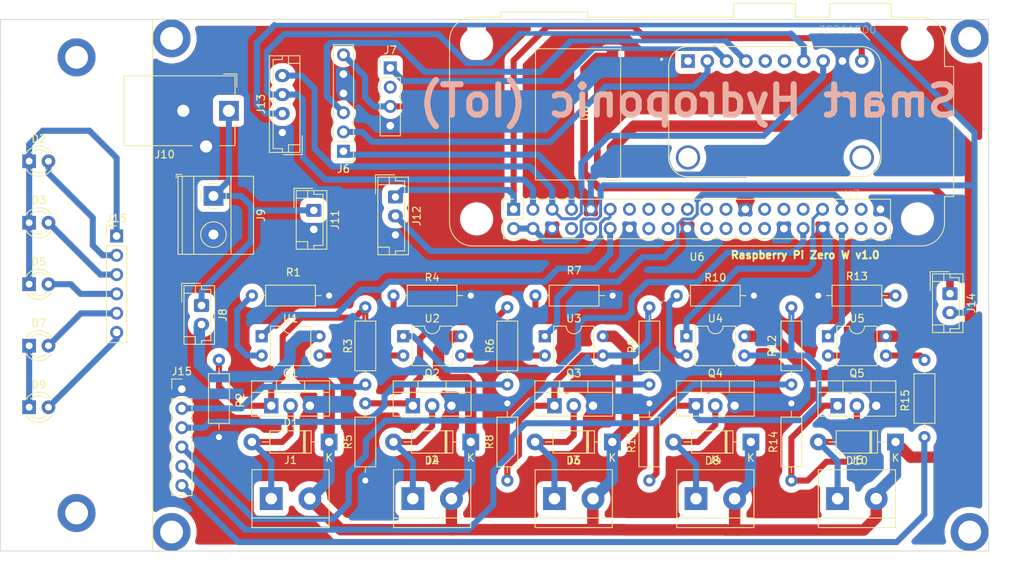
<source format=kicad_pcb>
(kicad_pcb (version 20171130) (host pcbnew "(5.1.10)-1")
  (layers (0 F.Cu signal) (31 B.Cu signal) (34 B.Paste user) (35 F.Paste user) (36 B.SilkS user) (37 F.SilkS user) (38 B.Mask user) (39 F.Mask user) (44 Edge.Cuts user))
  (net 0 "")
  (net 1 "Net-(D1-Pad2)")
  (net 2 VCC)
  (net 3 "Net-(D2-Pad2)")
  (net 4 "Net-(D3-Pad2)")
  (net 5 "Net-(D4-Pad2)")
  (net 6 "Net-(D5-Pad2)")
  (net 7 "Net-(D6-Pad2)")
  (net 8 "Net-(D7-Pad2)")
  (net 9 "Net-(D8-Pad2)")
  (net 10 "Net-(D9-Pad2)")
  (net 11 "Net-(D10-Pad2)")
  (net 12 +3V3)
  (net 13 GND)
  (net 14 pH)
  (net 15 Temp_2)
  (net 16 Temp)
  (net 17 "Net-(J7-Pad2)")
  (net 18 EC)
  (net 19 +12V)
  (net 20 Water_level)
  (net 21 SCL)
  (net 22 SDA)
  (net 23 +5V)
  (net 24 +5VA)
  (net 25 "Net-(R1-Pad1)")
  (net 26 "Net-(R4-Pad1)")
  (net 27 "Net-(R7-Pad1)")
  (net 28 "Net-(R10-Pad1)")
  (net 29 "Net-(R13-Pad1)")
  (net 30 pin_NutrientA)
  (net 31 pin_NutrientB)
  (net 32 pin_Down)
  (net 33 pin_Up)
  (net 34 pin_WP)
  (net 35 "Net-(U6-Pad40)")
  (net 36 "Net-(U6-Pad26)")
  (net 37 "Net-(U6-Pad22)")
  (net 38 "Net-(U6-Pad21)")
  (net 39 "Net-(U6-Pad29)")
  (net 40 "Net-(U6-Pad8)")
  (net 41 "Net-(U6-Pad31)")
  (net 42 "Net-(U6-Pad18)")
  (net 43 "Net-(U6-Pad17)")
  (net 44 "Net-(U6-Pad38)")
  (net 45 "Net-(U6-Pad37)")
  (net 46 "Net-(U6-Pad19)")
  (net 47 "Net-(U6-Pad10)")
  (net 48 "Net-(U6-Pad13)")
  (net 49 "Net-(U6-Pad28)")
  (net 50 "Net-(U6-Pad27)")
  (net 51 "Net-(U6-Pad24)")
  (net 52 "Net-(U6-Pad23)")
  (net 53 "Net-(U6-Pad16)")
  (net 54 "Net-(U6-Pad15)")
  (net 55 "Net-(U7-Pad1)")
  (net 56 "Net-(U7-Pad5)")
  (net 57 "Net-(U7-Pad6)")
  (net 58 "Net-(Q1-Pad1)")
  (net 59 "Net-(Q2-Pad1)")
  (net 60 "Net-(Q3-Pad1)")
  (net 61 "Net-(Q4-Pad1)")
  (net 62 "Net-(Q5-Pad1)")
  (module Barrel_jack_alt:BarrelJack_CUI_PJ-102AH_Horizontal (layer F.Cu) (at 70.04 92.03 270)
    (fp_text reference J10 (at 5.75 8.45) (layer F.SilkS))
    (fp_text value Barrel_Jack_Switch)
    (pad 3 thru_hole circle (at 4.7 3 270) (size 2.6 2.6) (drill 1.6) (layers *.Cu *.Mask) (net 13 GND))
    (pad 2 thru_hole circle (at 0 6 270) (size 2.6 2.6) (drill 1.6) (layers *.Cu *.Mask) (net 13 GND))
    (pad 1 thru_hole rect (at 0 0 270) (size 2.6 2.6) (drill 1.6) (layers *.Cu *.Mask) (net 19 +12V))
  )
  (module Connector_PinHeader_2.54mm:PinHeader_1x06_P2.54mm_Vertical (layer F.Cu) (at 63.85 128.68)
    (fp_text reference J15 (at 0 -2.33) (layer F.SilkS))
    (fp_text value PinHeader_1x06_P2.54mm_Vertical)
    (pad 1 thru_hole rect (at 0 0) (size 1.7 1.7) (drill 1) (layers *.Cu *.Mask) (net 13 GND))
    (pad 2 thru_hole oval (at 0 2.54) (size 1.7 1.7) (drill 1) (layers *.Cu *.Mask) (net 3 "Net-(D2-Pad2)"))
    (pad 3 thru_hole oval (at 0 5.08) (size 1.7 1.7) (drill 1) (layers *.Cu *.Mask) (net 4 "Net-(D3-Pad2)"))
    (pad 4 thru_hole oval (at 0 7.62) (size 1.7 1.7) (drill 1) (layers *.Cu *.Mask) (net 6 "Net-(D5-Pad2)"))
    (pad 5 thru_hole oval (at 0 10.16) (size 1.7 1.7) (drill 1) (layers *.Cu *.Mask) (net 8 "Net-(D7-Pad2)"))
    (pad 6 thru_hole oval (at 0 12.7) (size 1.7 1.7) (drill 1) (layers *.Cu *.Mask) (net 10 "Net-(D9-Pad2)"))
  )
  (module Connector_PinHeader_2.54mm:PinHeader_1x06_P2.54mm_Vertical (layer F.Cu) (at 55.27 108.52)
    (fp_text reference J15 (at 0 -2.33) (layer F.SilkS))
    (fp_text value PinHeader_1x06_P2.54mm_Vertical)
    (pad 6 thru_hole oval (at 0 12.7) (size 1.7 1.7) (drill 1) (layers *.Cu *.Mask) (net 10 "Net-(D9-Pad2)"))
    (pad 5 thru_hole oval (at 0 10.16) (size 1.7 1.7) (drill 1) (layers *.Cu *.Mask) (net 8 "Net-(D7-Pad2)"))
    (pad 4 thru_hole oval (at 0 7.62) (size 1.7 1.7) (drill 1) (layers *.Cu *.Mask) (net 6 "Net-(D5-Pad2)"))
    (pad 3 thru_hole oval (at 0 5.08) (size 1.7 1.7) (drill 1) (layers *.Cu *.Mask) (net 4 "Net-(D3-Pad2)"))
    (pad 2 thru_hole oval (at 0 2.54) (size 1.7 1.7) (drill 1) (layers *.Cu *.Mask) (net 3 "Net-(D2-Pad2)"))
    (pad 1 thru_hole rect (at 0 0) (size 1.7 1.7) (drill 1) (layers *.Cu *.Mask) (net 13 GND))
  )
  (module Connector_PinHeader_2.54mm:PinHeader_1x04_P2.54mm_Vertical (layer F.Cu) (at 91.27 86.38)
    (fp_text reference J7 (at 0 -2.33) (layer F.SilkS))
    (fp_text value TDS_Sensor)
    (pad 4 thru_hole oval (at 0 7.62) (size 1.7 1.7) (drill 1) (layers *.Cu *.Mask) (net 13 GND))
    (pad 3 thru_hole oval (at 0 5.08) (size 1.7 1.7) (drill 1) (layers *.Cu *.Mask) (net 12 +3V3))
    (pad 2 thru_hole oval (at 0 2.54) (size 1.7 1.7) (drill 1) (layers *.Cu *.Mask) (net 17 "Net-(J7-Pad2)"))
    (pad 1 thru_hole rect (at 0 0) (size 1.7 1.7) (drill 1) (layers *.Cu *.Mask) (net 18 EC))
  )
  (module Connector_PinHeader_2.54mm:PinHeader_1x06_P2.54mm_Vertical (layer F.Cu) (at 85.11 97.36 180)
    (fp_text reference J6 (at 0 -2.33) (layer F.SilkS))
    (fp_text value pH_Sensor)
    (pad 6 thru_hole oval (at 0 12.7 180) (size 1.7 1.7) (drill 1) (layers *.Cu *.Mask) (net 12 +3V3))
    (pad 5 thru_hole oval (at 0 10.16 180) (size 1.7 1.7) (drill 1) (layers *.Cu *.Mask) (net 13 GND))
    (pad 4 thru_hole oval (at 0 7.62 180) (size 1.7 1.7) (drill 1) (layers *.Cu *.Mask) (net 13 GND))
    (pad 3 thru_hole oval (at 0 5.08 180) (size 1.7 1.7) (drill 1) (layers *.Cu *.Mask) (net 14 pH))
    (pad 2 thru_hole oval (at 0 2.54 180) (size 1.7 1.7) (drill 1) (layers *.Cu *.Mask) (net 15 Temp_2))
    (pad 1 thru_hole rect (at 0 0 180) (size 1.7 1.7) (drill 1) (layers *.Cu *.Mask) (net 16 Temp))
  )
  (module Package_TO_SOT_THT:TO-220-3_Vertical (layer F.Cu) (at 150.124 130.87)
    (fp_text reference Q5 (at 2.54 -4.27) (layer F.SilkS))
    (fp_text value IRLZ44N)
    (pad 3 thru_hole oval (at 5.08 0) (size 1.905 2) (drill 1.1) (layers *.Cu *.Mask) (net 13 GND))
    (pad 2 thru_hole oval (at 2.54 0) (size 1.905 2) (drill 1.1) (layers *.Cu *.Mask) (net 11 "Net-(D10-Pad2)"))
    (pad 1 thru_hole rect (at 0 0) (size 1.905 2) (drill 1.1) (layers *.Cu *.Mask) (net 62 "Net-(Q5-Pad1)"))
  )
  (module Package_TO_SOT_THT:TO-220-3_Vertical (layer F.Cu) (at 131.4955 130.87)
    (fp_text reference Q4 (at 2.54 -4.27) (layer F.SilkS))
    (fp_text value IRLZ44N)
    (pad 3 thru_hole oval (at 5.08 0) (size 1.905 2) (drill 1.1) (layers *.Cu *.Mask) (net 13 GND))
    (pad 2 thru_hole oval (at 2.54 0) (size 1.905 2) (drill 1.1) (layers *.Cu *.Mask) (net 9 "Net-(D8-Pad2)"))
    (pad 1 thru_hole rect (at 0 0) (size 1.905 2) (drill 1.1) (layers *.Cu *.Mask) (net 61 "Net-(Q4-Pad1)"))
  )
  (module Package_TO_SOT_THT:TO-220-3_Vertical (layer F.Cu) (at 112.867 130.87)
    (fp_text reference Q3 (at 2.54 -4.27) (layer F.SilkS))
    (fp_text value IRLZ44N)
    (pad 3 thru_hole oval (at 5.08 0) (size 1.905 2) (drill 1.1) (layers *.Cu *.Mask) (net 13 GND))
    (pad 2 thru_hole oval (at 2.54 0) (size 1.905 2) (drill 1.1) (layers *.Cu *.Mask) (net 7 "Net-(D6-Pad2)"))
    (pad 1 thru_hole rect (at 0 0) (size 1.905 2) (drill 1.1) (layers *.Cu *.Mask) (net 60 "Net-(Q3-Pad1)"))
  )
  (module Package_TO_SOT_THT:TO-220-3_Vertical (layer F.Cu) (at 94.2385 130.87)
    (fp_text reference Q2 (at 2.54 -4.27) (layer F.SilkS))
    (fp_text value IRLZ44N)
    (pad 3 thru_hole oval (at 5.08 0) (size 1.905 2) (drill 1.1) (layers *.Cu *.Mask) (net 13 GND))
    (pad 2 thru_hole oval (at 2.54 0) (size 1.905 2) (drill 1.1) (layers *.Cu *.Mask) (net 5 "Net-(D4-Pad2)"))
    (pad 1 thru_hole rect (at 0 0) (size 1.905 2) (drill 1.1) (layers *.Cu *.Mask) (net 59 "Net-(Q2-Pad1)"))
  )
  (module Package_TO_SOT_THT:TO-220-3_Vertical (layer F.Cu) (at 75.61 130.87)
    (fp_text reference Q1 (at 2.54 -4.27) (layer F.SilkS))
    (fp_text value IRLZ44N)
    (pad 3 thru_hole oval (at 5.08 0) (size 1.905 2) (drill 1.1) (layers *.Cu *.Mask) (net 13 GND))
    (pad 2 thru_hole oval (at 2.54 0) (size 1.905 2) (drill 1.1) (layers *.Cu *.Mask) (net 1 "Net-(D1-Pad2)"))
    (pad 1 thru_hole rect (at 0 0) (size 1.905 2) (drill 1.1) (layers *.Cu *.Mask) (net 58 "Net-(Q1-Pad1)"))
  )
  (module Terminal_block_alt:TerminalBlock_2edg-2_P5.08mm (layer F.Cu) (at 150.124 143.11)
    (fp_text reference J5 (at 2.54 -5.08) (layer F.SilkS))
    (fp_text value Conn_01x02_Male)
    (pad 2 thru_hole circle (at 5.08 0) (size 3 3) (drill 1.52) (layers *.Cu *.Mask) (net 2 VCC))
    (pad 1 thru_hole rect (at 0 0) (size 3 3) (drill 1.52) (layers *.Cu *.Mask) (net 11 "Net-(D10-Pad2)"))
  )
  (module Terminal_block_alt:TerminalBlock_2edg-2_P5.08mm (layer F.Cu) (at 131.4955 143.11)
    (fp_text reference J4 (at 2.54 -5.08) (layer F.SilkS))
    (fp_text value Conn_01x02_Male)
    (pad 2 thru_hole circle (at 5.08 0) (size 3 3) (drill 1.52) (layers *.Cu *.Mask) (net 2 VCC))
    (pad 1 thru_hole rect (at 0 0) (size 3 3) (drill 1.52) (layers *.Cu *.Mask) (net 9 "Net-(D8-Pad2)"))
  )
  (module Terminal_block_alt:TerminalBlock_2edg-2_P5.08mm (layer F.Cu) (at 112.867 143.11)
    (fp_text reference J3 (at 2.54 -5.08) (layer F.SilkS))
    (fp_text value Conn_01x02_Male)
    (pad 2 thru_hole circle (at 5.08 0) (size 3 3) (drill 1.52) (layers *.Cu *.Mask) (net 2 VCC))
    (pad 1 thru_hole rect (at 0 0) (size 3 3) (drill 1.52) (layers *.Cu *.Mask) (net 7 "Net-(D6-Pad2)"))
  )
  (module Terminal_block_alt:TerminalBlock_2edg-2_P5.08mm (layer F.Cu) (at 94.2385 143.11)
    (fp_text reference J2 (at 2.54 -5.08) (layer F.SilkS))
    (fp_text value Conn_01x02_Male)
    (pad 2 thru_hole circle (at 5.08 0) (size 3 3) (drill 1.52) (layers *.Cu *.Mask) (net 2 VCC))
    (pad 1 thru_hole rect (at 0 0) (size 3 3) (drill 1.52) (layers *.Cu *.Mask) (net 5 "Net-(D4-Pad2)"))
  )
  (module Terminal_block_alt:TerminalBlock_2edg-2_P5.08mm (layer F.Cu) (at 75.61 143.11)
    (fp_text reference J1 (at 2.54 -5.08) (layer F.SilkS))
    (fp_text value Conn_01x02_Male)
    (pad 2 thru_hole circle (at 5.08 0) (size 3 3) (drill 1.52) (layers *.Cu *.Mask) (net 2 VCC))
    (pad 1 thru_hole rect (at 0 0) (size 3 3) (drill 1.52) (layers *.Cu *.Mask) (net 1 "Net-(D1-Pad2)"))
  )
  (module Stepdown:Mini_360_MP2307 (layer F.Cu) (at 111.41 84.83)
    (fp_text reference U8 (at 5.442 7.54 90) (layer F.SilkS))
    (fp_text value Mini_360)
    (pad 4 smd rect (at 9.094 15.29) (size 1.524 1.524) (layers F.Cu F.Paste F.Mask) (net 2 VCC))
    (pad 3 smd rect (at -0.05 15.29) (size 1.524 1.524) (layers F.Cu F.Paste F.Mask) (net 13 GND))
    (pad 2 smd rect (at 9.094 0.05) (size 1.524 1.524) (layers F.Cu F.Paste F.Mask) (net 24 +5VA))
    (pad 1 smd rect (at -0.05 0.05) (size 1.524 1.524) (layers F.Cu F.Paste F.Mask) (net 13 GND))
  )
  (module ZC261500:MODULE_ZC261500 (layer F.Cu) (at 141.87 92.15 180)
    (fp_text reference U7 (at -10.16 -10.795) (layer F.SilkS) (effects (font (thickness 0.05))))
    (fp_text value ZC261500 (at -9.525 10.795) (layer F.SilkS) (effects (font (thickness 0.05))))
    (pad P2 thru_hole circle (at 11.43 -6.0325 180) (size 3.2 3.2) (drill 2.5) (layers *.Cu *.Mask))
    (pad P1 thru_hole circle (at -11.43 -6.0325 180) (size 3.2 3.2) (drill 2.5) (layers *.Cu *.Mask))
    (pad 1 thru_hole rect (at 11.43 6.6675 180) (size 1.778 1.778) (drill 1) (layers *.Cu *.Mask) (net 55 "Net-(U7-Pad1)"))
    (pad 2 thru_hole circle (at 8.89 6.6675 180) (size 1.778 1.778) (drill 1) (layers *.Cu *.Mask) (net 15 Temp_2))
    (pad 3 thru_hole circle (at 6.35 6.6675 180) (size 1.778 1.778) (drill 1) (layers *.Cu *.Mask) (net 18 EC))
    (pad 4 thru_hole circle (at 3.81 6.6675 180) (size 1.778 1.778) (drill 1) (layers *.Cu *.Mask) (net 14 pH))
    (pad 5 thru_hole circle (at 1.27 6.6675 180) (size 1.778 1.778) (drill 1) (layers *.Cu *.Mask) (net 56 "Net-(U7-Pad5)"))
    (pad 10 thru_hole circle (at -11.43 6.6675 180) (size 1.778 1.778) (drill 1) (layers *.Cu *.Mask) (net 12 +3V3))
    (pad 9 thru_hole circle (at -8.89 6.6675 180) (size 1.778 1.778) (drill 1) (layers *.Cu *.Mask) (net 13 GND))
    (pad 8 thru_hole circle (at -6.35 6.6675 180) (size 1.778 1.778) (drill 1) (layers *.Cu *.Mask) (net 21 SCL))
    (pad 7 thru_hole circle (at -3.81 6.6675 180) (size 1.778 1.778) (drill 1) (layers *.Cu *.Mask) (net 22 SDA))
    (pad 6 thru_hole circle (at -1.27 6.6675 180) (size 1.778 1.778) (drill 1) (layers *.Cu *.Mask) (net 57 "Net-(U7-Pad6)"))
  )
  (module Module:Raspberry_Pi_Zero_Socketed_THT_FaceDown_MountingHoles (layer F.Cu) (at 107.5 105 90)
    (fp_text reference U6 (at -6.27 24.13) (layer F.SilkS))
    (fp_text value ADA3708)
    (pad "" np_thru_hole circle (at -1.27 53.13 180) (size 2.75 2.75) (drill 2.75) (layers *.Cu *.Mask))
    (pad "" np_thru_hole circle (at 21.73 -4.87 180) (size 2.75 2.75) (drill 2.75) (layers *.Cu *.Mask))
    (pad "" np_thru_hole circle (at 21.73 53.13 180) (size 2.75 2.75) (drill 2.75) (layers *.Cu *.Mask))
    (pad "" np_thru_hole circle (at -1.27 -4.87 180) (size 2.75 2.75) (drill 2.75) (layers *.Cu *.Mask))
    (pad 40 thru_hole oval (at -2.54 48.26 90) (size 1.7 1.7) (drill 1) (layers *.Cu *.Mask) (net 35 "Net-(U6-Pad40)"))
    (pad 39 thru_hole oval (at 0 48.26 90) (size 1.7 1.7) (drill 1) (layers *.Cu *.Mask) (net 13 GND))
    (pad 26 thru_hole oval (at -2.54 30.48 90) (size 1.7 1.7) (drill 1) (layers *.Cu *.Mask) (net 36 "Net-(U6-Pad26)"))
    (pad 25 thru_hole oval (at 0 30.48 90) (size 1.7 1.7) (drill 1) (layers *.Cu *.Mask) (net 13 GND))
    (pad 22 thru_hole oval (at -2.54 25.4 90) (size 1.7 1.7) (drill 1) (layers *.Cu *.Mask) (net 37 "Net-(U6-Pad22)"))
    (pad 21 thru_hole oval (at 0 25.4 90) (size 1.7 1.7) (drill 1) (layers *.Cu *.Mask) (net 38 "Net-(U6-Pad21)"))
    (pad 30 thru_hole oval (at -2.54 35.56 90) (size 1.7 1.7) (drill 1) (layers *.Cu *.Mask) (net 13 GND))
    (pad 29 thru_hole oval (at 0 35.56 90) (size 1.7 1.7) (drill 1) (layers *.Cu *.Mask) (net 39 "Net-(U6-Pad29)"))
    (pad 8 thru_hole oval (at -2.54 7.62 90) (size 1.7 1.7) (drill 1) (layers *.Cu *.Mask) (net 40 "Net-(U6-Pad8)"))
    (pad 7 thru_hole oval (at 0 7.62 90) (size 1.7 1.7) (drill 1) (layers *.Cu *.Mask) (net 16 Temp))
    (pad 32 thru_hole oval (at -2.54 38.1 90) (size 1.7 1.7) (drill 1) (layers *.Cu *.Mask) (net 31 pin_NutrientB))
    (pad 31 thru_hole oval (at 0 38.1 90) (size 1.7 1.7) (drill 1) (layers *.Cu *.Mask) (net 41 "Net-(U6-Pad31)"))
    (pad 18 thru_hole oval (at -2.54 20.32 90) (size 1.7 1.7) (drill 1) (layers *.Cu *.Mask) (net 42 "Net-(U6-Pad18)"))
    (pad 17 thru_hole oval (at 0 20.32 90) (size 1.7 1.7) (drill 1) (layers *.Cu *.Mask) (net 43 "Net-(U6-Pad17)"))
    (pad 36 thru_hole oval (at -2.54 43.18 90) (size 1.7 1.7) (drill 1) (layers *.Cu *.Mask) (net 34 pin_WP))
    (pad 35 thru_hole oval (at 0 43.18 90) (size 1.7 1.7) (drill 1) (layers *.Cu *.Mask) (net 32 pin_Down))
    (pad 34 thru_hole oval (at -2.54 40.64 90) (size 1.7 1.7) (drill 1) (layers *.Cu *.Mask) (net 13 GND))
    (pad 33 thru_hole oval (at 0 40.64 90) (size 1.7 1.7) (drill 1) (layers *.Cu *.Mask) (net 33 pin_Up))
    (pad 38 thru_hole oval (at -2.54 45.72 90) (size 1.7 1.7) (drill 1) (layers *.Cu *.Mask) (net 44 "Net-(U6-Pad38)"))
    (pad 37 thru_hole oval (at 0 45.72 90) (size 1.7 1.7) (drill 1) (layers *.Cu *.Mask) (net 45 "Net-(U6-Pad37)"))
    (pad 20 thru_hole oval (at -2.54 22.86 90) (size 1.7 1.7) (drill 1) (layers *.Cu *.Mask) (net 13 GND))
    (pad 19 thru_hole oval (at 0 22.86 90) (size 1.7 1.7) (drill 1) (layers *.Cu *.Mask) (net 46 "Net-(U6-Pad19)"))
    (pad 10 thru_hole oval (at -2.54 10.16 90) (size 1.7 1.7) (drill 1) (layers *.Cu *.Mask) (net 47 "Net-(U6-Pad10)"))
    (pad 9 thru_hole oval (at 0 10.16 90) (size 1.7 1.7) (drill 1) (layers *.Cu *.Mask) (net 13 GND))
    (pad 14 thru_hole oval (at -2.54 15.24 90) (size 1.7 1.7) (drill 1) (layers *.Cu *.Mask) (net 13 GND))
    (pad 13 thru_hole oval (at 0 15.24 90) (size 1.7 1.7) (drill 1) (layers *.Cu *.Mask) (net 48 "Net-(U6-Pad13)"))
    (pad 28 thru_hole oval (at -2.54 33.02 90) (size 1.7 1.7) (drill 1) (layers *.Cu *.Mask) (net 49 "Net-(U6-Pad28)"))
    (pad 27 thru_hole oval (at 0 33.02 90) (size 1.7 1.7) (drill 1) (layers *.Cu *.Mask) (net 50 "Net-(U6-Pad27)"))
    (pad 12 thru_hole oval (at -2.54 12.7 90) (size 1.7 1.7) (drill 1) (layers *.Cu *.Mask) (net 30 pin_NutrientA))
    (pad 11 thru_hole oval (at 0 12.7 90) (size 1.7 1.7) (drill 1) (layers *.Cu *.Mask) (net 20 Water_level))
    (pad 24 thru_hole oval (at -2.54 27.94 90) (size 1.7 1.7) (drill 1) (layers *.Cu *.Mask) (net 51 "Net-(U6-Pad24)"))
    (pad 23 thru_hole oval (at 0 27.94 90) (size 1.7 1.7) (drill 1) (layers *.Cu *.Mask) (net 52 "Net-(U6-Pad23)"))
    (pad 1 thru_hole rect (at 0 0 90) (size 1.7 1.7) (drill 1) (layers *.Cu *.Mask) (net 12 +3V3))
    (pad 2 thru_hole oval (at -2.54 0 90) (size 1.7 1.7) (drill 1) (layers *.Cu *.Mask) (net 23 +5V))
    (pad 5 thru_hole oval (at 0 5.08 90) (size 1.7 1.7) (drill 1) (layers *.Cu *.Mask) (net 21 SCL))
    (pad 4 thru_hole oval (at -2.54 2.54 90) (size 1.7 1.7) (drill 1) (layers *.Cu *.Mask) (net 23 +5V))
    (pad 16 thru_hole oval (at -2.54 17.78 90) (size 1.7 1.7) (drill 1) (layers *.Cu *.Mask) (net 53 "Net-(U6-Pad16)"))
    (pad 15 thru_hole oval (at 0 17.78 90) (size 1.7 1.7) (drill 1) (layers *.Cu *.Mask) (net 54 "Net-(U6-Pad15)"))
    (pad 3 thru_hole oval (at 0 2.54 90) (size 1.7 1.7) (drill 1) (layers *.Cu *.Mask) (net 22 SDA))
    (pad 6 thru_hole oval (at -2.54 5.08 90) (size 1.7 1.7) (drill 1) (layers *.Cu *.Mask) (net 13 GND))
  )
  (module Package_DIP:DIP-4_W7.62mm (layer F.Cu) (at 148.864 121.72)
    (fp_text reference U5 (at 3.81 -2.33) (layer F.SilkS))
    (fp_text value PC817)
    (pad 4 thru_hole oval (at 7.62 0) (size 1.6 1.6) (drill 0.8) (layers *.Cu *.Mask) (net 2 VCC))
    (pad 2 thru_hole oval (at 0 2.54) (size 1.6 1.6) (drill 0.8) (layers *.Cu *.Mask) (net 29 "Net-(R13-Pad1)"))
    (pad 3 thru_hole oval (at 7.62 2.54) (size 1.6 1.6) (drill 0.8) (layers *.Cu *.Mask) (net 62 "Net-(Q5-Pad1)"))
    (pad 1 thru_hole rect (at 0 0) (size 1.6 1.6) (drill 0.8) (layers *.Cu *.Mask) (net 34 pin_WP))
  )
  (module Package_DIP:DIP-4_W7.62mm (layer F.Cu) (at 130.2355 121.72)
    (fp_text reference U4 (at 3.81 -2.33) (layer F.SilkS))
    (fp_text value PC817)
    (pad 4 thru_hole oval (at 7.62 0) (size 1.6 1.6) (drill 0.8) (layers *.Cu *.Mask) (net 2 VCC))
    (pad 2 thru_hole oval (at 0 2.54) (size 1.6 1.6) (drill 0.8) (layers *.Cu *.Mask) (net 28 "Net-(R10-Pad1)"))
    (pad 3 thru_hole oval (at 7.62 2.54) (size 1.6 1.6) (drill 0.8) (layers *.Cu *.Mask) (net 61 "Net-(Q4-Pad1)"))
    (pad 1 thru_hole rect (at 0 0) (size 1.6 1.6) (drill 0.8) (layers *.Cu *.Mask) (net 33 pin_Up))
  )
  (module Package_DIP:DIP-4_W7.62mm (layer F.Cu) (at 111.607 121.72)
    (fp_text reference U3 (at 3.81 -2.33) (layer F.SilkS))
    (fp_text value PC817)
    (pad 4 thru_hole oval (at 7.62 0) (size 1.6 1.6) (drill 0.8) (layers *.Cu *.Mask) (net 2 VCC))
    (pad 2 thru_hole oval (at 0 2.54) (size 1.6 1.6) (drill 0.8) (layers *.Cu *.Mask) (net 27 "Net-(R7-Pad1)"))
    (pad 3 thru_hole oval (at 7.62 2.54) (size 1.6 1.6) (drill 0.8) (layers *.Cu *.Mask) (net 60 "Net-(Q3-Pad1)"))
    (pad 1 thru_hole rect (at 0 0) (size 1.6 1.6) (drill 0.8) (layers *.Cu *.Mask) (net 32 pin_Down))
  )
  (module Package_DIP:DIP-4_W7.62mm (layer F.Cu) (at 92.9785 121.72)
    (fp_text reference U2 (at 3.81 -2.33) (layer F.SilkS))
    (fp_text value PC817)
    (pad 4 thru_hole oval (at 7.62 0) (size 1.6 1.6) (drill 0.8) (layers *.Cu *.Mask) (net 2 VCC))
    (pad 2 thru_hole oval (at 0 2.54) (size 1.6 1.6) (drill 0.8) (layers *.Cu *.Mask) (net 26 "Net-(R4-Pad1)"))
    (pad 3 thru_hole oval (at 7.62 2.54) (size 1.6 1.6) (drill 0.8) (layers *.Cu *.Mask) (net 59 "Net-(Q2-Pad1)"))
    (pad 1 thru_hole rect (at 0 0) (size 1.6 1.6) (drill 0.8) (layers *.Cu *.Mask) (net 31 pin_NutrientB))
  )
  (module Package_DIP:DIP-4_W7.62mm (layer F.Cu) (at 74.35 121.72)
    (fp_text reference U1 (at 3.81 -2.33) (layer F.SilkS))
    (fp_text value PC817)
    (pad 4 thru_hole oval (at 7.62 0) (size 1.6 1.6) (drill 0.8) (layers *.Cu *.Mask) (net 2 VCC))
    (pad 2 thru_hole oval (at 0 2.54) (size 1.6 1.6) (drill 0.8) (layers *.Cu *.Mask) (net 25 "Net-(R1-Pad1)"))
    (pad 3 thru_hole oval (at 7.62 2.54) (size 1.6 1.6) (drill 0.8) (layers *.Cu *.Mask) (net 58 "Net-(Q1-Pad1)"))
    (pad 1 thru_hole rect (at 0 0) (size 1.6 1.6) (drill 0.8) (layers *.Cu *.Mask) (net 30 pin_NutrientA))
  )
  (module Resistor_THT:R_Axial_DIN0207_L6.3mm_D2.5mm_P10.16mm_Horizontal (layer F.Cu) (at 161.554 124.845 270)
    (fp_text reference R15 (at 5.334 2.54 90) (layer F.SilkS))
    (fp_text value 1k)
    (pad 2 thru_hole oval (at 10.16 0 270) (size 1.6 1.6) (drill 0.8) (layers *.Cu *.Mask) (net 10 "Net-(D9-Pad2)"))
    (pad 1 thru_hole circle (at 0 0 270) (size 1.6 1.6) (drill 0.8) (layers *.Cu *.Mask) (net 62 "Net-(Q5-Pad1)"))
  )
  (module Resistor_THT:R_Axial_DIN0207_L6.3mm_D2.5mm_P10.16mm_Horizontal (layer F.Cu) (at 144.04 140.72 90)
    (fp_text reference R14 (at 5.08 -2.37 90) (layer F.SilkS))
    (fp_text value 10k)
    (pad 2 thru_hole oval (at 10.16 0 90) (size 1.6 1.6) (drill 0.8) (layers *.Cu *.Mask) (net 13 GND))
    (pad 1 thru_hole circle (at 0 0 90) (size 1.6 1.6) (drill 0.8) (layers *.Cu *.Mask) (net 62 "Net-(Q5-Pad1)"))
  )
  (module Resistor_THT:R_Axial_DIN0207_L6.3mm_D2.5mm_P10.16mm_Horizontal (layer F.Cu) (at 157.744 116.37 180)
    (fp_text reference R13 (at 5.08 2.54) (layer F.SilkS))
    (fp_text value 330)
    (pad 2 thru_hole oval (at 10.16 0 180) (size 1.6 1.6) (drill 0.8) (layers *.Cu *.Mask) (net 13 GND))
    (pad 1 thru_hole circle (at 0 0 180) (size 1.6 1.6) (drill 0.8) (layers *.Cu *.Mask) (net 29 "Net-(R13-Pad1)"))
  )
  (module Resistor_THT:R_Axial_DIN0207_L6.3mm_D2.5mm_P10.16mm_Horizontal (layer F.Cu) (at 144.04 117.915 270)
    (fp_text reference R12 (at 5.08 2.54 90) (layer F.SilkS))
    (fp_text value 1k)
    (pad 2 thru_hole oval (at 10.16 0 270) (size 1.6 1.6) (drill 0.8) (layers *.Cu *.Mask) (net 8 "Net-(D7-Pad2)"))
    (pad 1 thru_hole circle (at 0 0 270) (size 1.6 1.6) (drill 0.8) (layers *.Cu *.Mask) (net 61 "Net-(Q4-Pad1)"))
  )
  (module Resistor_THT:R_Axial_DIN0207_L6.3mm_D2.5mm_P10.16mm_Horizontal (layer F.Cu) (at 125.356666 140.72 90)
    (fp_text reference R11 (at 5.08 -2.37 90) (layer F.SilkS))
    (fp_text value 10k)
    (pad 2 thru_hole oval (at 10.16 0 90) (size 1.6 1.6) (drill 0.8) (layers *.Cu *.Mask) (net 13 GND))
    (pad 1 thru_hole circle (at 0 0 90) (size 1.6 1.6) (drill 0.8) (layers *.Cu *.Mask) (net 61 "Net-(Q4-Pad1)"))
  )
  (module Resistor_THT:R_Axial_DIN0207_L6.3mm_D2.5mm_P10.16mm_Horizontal (layer F.Cu) (at 128.9555 116.37)
    (fp_text reference R10 (at 5.08 -2.37) (layer F.SilkS))
    (fp_text value 330)
    (pad 2 thru_hole oval (at 10.16 0) (size 1.6 1.6) (drill 0.8) (layers *.Cu *.Mask) (net 13 GND))
    (pad 1 thru_hole circle (at 0 0) (size 1.6 1.6) (drill 0.8) (layers *.Cu *.Mask) (net 28 "Net-(R10-Pad1)"))
  )
  (module Resistor_THT:R_Axial_DIN0207_L6.3mm_D2.5mm_P10.16mm_Horizontal (layer F.Cu) (at 125.356666 117.915 270)
    (fp_text reference R9 (at 5.08 2.286 90) (layer F.SilkS))
    (fp_text value 1k)
    (pad 2 thru_hole oval (at 10.16 0 270) (size 1.6 1.6) (drill 0.8) (layers *.Cu *.Mask) (net 6 "Net-(D5-Pad2)"))
    (pad 1 thru_hole circle (at 0 0 270) (size 1.6 1.6) (drill 0.8) (layers *.Cu *.Mask) (net 60 "Net-(Q3-Pad1)"))
  )
  (module Resistor_THT:R_Axial_DIN0207_L6.3mm_D2.5mm_P10.16mm_Horizontal (layer F.Cu) (at 106.673333 140.72 90)
    (fp_text reference R8 (at 5.08 -2.37 90) (layer F.SilkS))
    (fp_text value 10k)
    (pad 2 thru_hole oval (at 10.16 0 90) (size 1.6 1.6) (drill 0.8) (layers *.Cu *.Mask) (net 13 GND))
    (pad 1 thru_hole circle (at 0 0 90) (size 1.6 1.6) (drill 0.8) (layers *.Cu *.Mask) (net 60 "Net-(Q3-Pad1)"))
  )
  (module Resistor_THT:R_Axial_DIN0207_L6.3mm_D2.5mm_P10.16mm_Horizontal (layer F.Cu) (at 110.37 116.37)
    (fp_text reference R7 (at 5.08 -3.3) (layer F.SilkS))
    (fp_text value 330)
    (pad 2 thru_hole oval (at 10.16 0) (size 1.6 1.6) (drill 0.8) (layers *.Cu *.Mask) (net 13 GND))
    (pad 1 thru_hole circle (at 0 0) (size 1.6 1.6) (drill 0.8) (layers *.Cu *.Mask) (net 27 "Net-(R7-Pad1)"))
  )
  (module Resistor_THT:R_Axial_DIN0207_L6.3mm_D2.5mm_P10.16mm_Horizontal (layer F.Cu) (at 106.673333 117.915 270)
    (fp_text reference R6 (at 5.08 2.286 90) (layer F.SilkS))
    (fp_text value 1k)
    (pad 2 thru_hole oval (at 10.16 0 270) (size 1.6 1.6) (drill 0.8) (layers *.Cu *.Mask) (net 4 "Net-(D3-Pad2)"))
    (pad 1 thru_hole circle (at 0 0 270) (size 1.6 1.6) (drill 0.8) (layers *.Cu *.Mask) (net 59 "Net-(Q2-Pad1)"))
  )
  (module Resistor_THT:R_Axial_DIN0207_L6.3mm_D2.5mm_P10.16mm_Horizontal (layer F.Cu) (at 87.99 130.56 270)
    (fp_text reference R5 (at 5.08 2.286 90) (layer F.SilkS))
    (fp_text value 10k)
    (pad 2 thru_hole oval (at 10.16 0 270) (size 1.6 1.6) (drill 0.8) (layers *.Cu *.Mask) (net 13 GND))
    (pad 1 thru_hole circle (at 0 0 270) (size 1.6 1.6) (drill 0.8) (layers *.Cu *.Mask) (net 59 "Net-(Q2-Pad1)"))
  )
  (module Resistor_THT:R_Axial_DIN0207_L6.3mm_D2.5mm_P10.16mm_Horizontal (layer F.Cu) (at 91.6985 116.37)
    (fp_text reference R4 (at 5.08 -2.37) (layer F.SilkS))
    (fp_text value 330)
    (pad 2 thru_hole oval (at 10.16 0) (size 1.6 1.6) (drill 0.8) (layers *.Cu *.Mask) (net 13 GND))
    (pad 1 thru_hole circle (at 0 0) (size 1.6 1.6) (drill 0.8) (layers *.Cu *.Mask) (net 26 "Net-(R4-Pad1)"))
  )
  (module Resistor_THT:R_Axial_DIN0207_L6.3mm_D2.5mm_P10.16mm_Horizontal (layer F.Cu) (at 87.99 117.915 270)
    (fp_text reference R3 (at 5.104 2.286 90) (layer F.SilkS))
    (fp_text value 1k)
    (pad 2 thru_hole oval (at 10.16 0 270) (size 1.6 1.6) (drill 0.8) (layers *.Cu *.Mask) (net 3 "Net-(D2-Pad2)"))
    (pad 1 thru_hole circle (at 0 0 270) (size 1.6 1.6) (drill 0.8) (layers *.Cu *.Mask) (net 58 "Net-(Q1-Pad1)"))
  )
  (module Resistor_THT:R_Axial_DIN0207_L6.3mm_D2.5mm_P10.16mm_Horizontal (layer F.Cu) (at 68.73 124.845 270)
    (fp_text reference R2 (at 5.31 -2.794 90) (layer F.SilkS))
    (fp_text value 10k)
    (pad 2 thru_hole oval (at 10.16 0 270) (size 1.6 1.6) (drill 0.8) (layers *.Cu *.Mask) (net 13 GND))
    (pad 1 thru_hole circle (at 0 0 270) (size 1.6 1.6) (drill 0.8) (layers *.Cu *.Mask) (net 58 "Net-(Q1-Pad1)"))
  )
  (module Resistor_THT:R_Axial_DIN0207_L6.3mm_D2.5mm_P10.16mm_Horizontal (layer F.Cu) (at 73.07 116.37)
    (fp_text reference R1 (at 5.45 -3.06) (layer F.SilkS))
    (fp_text value 330)
    (pad 2 thru_hole oval (at 10.16 0) (size 1.6 1.6) (drill 0.8) (layers *.Cu *.Mask) (net 13 GND))
    (pad 1 thru_hole circle (at 0 0) (size 1.6 1.6) (drill 0.8) (layers *.Cu *.Mask) (net 25 "Net-(R1-Pad1)"))
  )
  (module Connector_JST:JST_EH_B2B-EH-A_1x02_P2.50mm_Vertical (layer F.Cu) (at 164.91 116.12 270)
    (fp_text reference J14 (at 1.25 -2.8 90) (layer F.SilkS))
    (fp_text value Conn_01x02_Male)
    (pad 2 thru_hole oval (at 2.5 0 270) (size 1.7 2) (drill 1) (layers *.Cu *.Mask) (net 23 +5V))
    (pad 1 thru_hole roundrect (at 0 0 270) (size 1.7 2) (drill 1) (layers *.Cu *.Mask) (roundrect_rratio 0.1470588235294118) (net 24 +5VA))
  )
  (module Connector_JST:JST_EH_B4B-EH-A_1x04_P2.50mm_Vertical (layer F.Cu) (at 77.07 94.9 90)
    (fp_text reference J13 (at 3.75 -2.8 90) (layer F.SilkS))
    (fp_text value Conn_01x04_Male)
    (pad 4 thru_hole oval (at 7.5 0 90) (size 1.7 1.95) (drill 0.95) (layers *.Cu *.Mask) (net 21 SCL))
    (pad 3 thru_hole oval (at 5 0 90) (size 1.7 1.95) (drill 0.95) (layers *.Cu *.Mask) (net 22 SDA))
    (pad 2 thru_hole oval (at 2.5 0 90) (size 1.7 1.95) (drill 0.95) (layers *.Cu *.Mask) (net 23 +5V))
    (pad 1 thru_hole roundrect (at 0 0 90) (size 1.7 1.95) (drill 0.95) (layers *.Cu *.Mask) (roundrect_rratio 0.1470588235294118) (net 13 GND))
  )
  (module Connector_JST:JST_EH_B3B-EH-A_1x03_P2.50mm_Vertical (layer F.Cu) (at 91.95 103.38 270)
    (fp_text reference J12 (at 2.5 -2.8 90) (layer F.SilkS))
    (fp_text value Conn_01x03_Female)
    (pad 3 thru_hole oval (at 5 0 270) (size 1.7 1.95) (drill 0.95) (layers *.Cu *.Mask) (net 13 GND))
    (pad 2 thru_hole oval (at 2.5 0 270) (size 1.7 1.95) (drill 0.95) (layers *.Cu *.Mask) (net 20 Water_level))
    (pad 1 thru_hole roundrect (at 0 0 270) (size 1.7 1.95) (drill 0.95) (layers *.Cu *.Mask) (roundrect_rratio 0.1470588235294118) (net 12 +3V3))
  )
  (module Connector_JST:JST_EH_B2B-EH-A_1x02_P2.50mm_Vertical (layer F.Cu) (at 81.21 105.15 270)
    (fp_text reference J11 (at 1.25 -2.8 90) (layer F.SilkS))
    (fp_text value Conn_01x02_Male)
    (pad 2 thru_hole oval (at 2.5 0 270) (size 1.7 2) (drill 1) (layers *.Cu *.Mask) (net 13 GND))
    (pad 1 thru_hole roundrect (at 0 0 270) (size 1.7 2) (drill 1) (layers *.Cu *.Mask) (roundrect_rratio 0.1470588235294118) (net 19 +12V))
  )
  (module TerminalBlock_Phoenix:TerminalBlock_Phoenix_MKDS-1,5-2-5.08_1x02_P5.08mm_Horizontal (layer F.Cu) (at 68.01 103.25 270)
    (fp_text reference J9 (at 2.54 -6.26 90) (layer F.SilkS))
    (fp_text value "Power 12 volt")
    (pad 2 thru_hole circle (at 5.08 0 270) (size 2.6 2.6) (drill 1.3) (layers *.Cu *.Mask) (net 13 GND))
    (pad 1 thru_hole rect (at 0 0 270) (size 2.6 2.6) (drill 1.3) (layers *.Cu *.Mask) (net 19 +12V))
  )
  (module Connector_JST:JST_EH_B2B-EH-A_1x02_P2.50mm_Vertical (layer F.Cu) (at 66.44 117.67 270)
    (fp_text reference J8 (at 1.25 -2.8 90) (layer F.SilkS))
    (fp_text value Conn_01x02_Male)
    (pad 2 thru_hole oval (at 2.5 0 270) (size 1.7 2) (drill 1) (layers *.Cu *.Mask) (net 2 VCC))
    (pad 1 thru_hole roundrect (at 0 0 270) (size 1.7 2) (drill 1) (layers *.Cu *.Mask) (roundrect_rratio 0.1470588235294118) (net 19 +12V))
  )
  (module Diode_THT:D_DO-41_SOD81_P10.16mm_Horizontal (layer F.Cu) (at 157.744 135.64 180)
    (fp_text reference D10 (at 5.08 -2.47) (layer F.SilkS))
    (fp_text value 1N4007)
    (fp_text user K (at 0 -2.1) (layer F.SilkS))
    (pad 2 thru_hole oval (at 10.16 0 180) (size 2.2 2.2) (drill 1.1) (layers *.Cu *.Mask) (net 11 "Net-(D10-Pad2)"))
    (pad 1 thru_hole rect (at 0 0 180) (size 2.2 2.2) (drill 1.1) (layers *.Cu *.Mask) (net 2 VCC))
  )
  (module LED_THT:LED_D3.0mm (layer F.Cu) (at 43.76 131.07)
    (fp_text reference D9 (at 1.27 -2.96) (layer F.SilkS))
    (fp_text value LED)
    (pad 2 thru_hole circle (at 2.54 0) (size 1.8 1.8) (drill 0.9) (layers *.Cu *.Mask) (net 10 "Net-(D9-Pad2)"))
    (pad 1 thru_hole rect (at 0 0) (size 1.8 1.8) (drill 0.9) (layers *.Cu *.Mask) (net 13 GND))
  )
  (module Diode_THT:D_DO-41_SOD81_P10.16mm_Horizontal (layer F.Cu) (at 138.71 135.64 180)
    (fp_text reference D8 (at 5.08 -2.47) (layer F.SilkS))
    (fp_text value 1N4007)
    (fp_text user K (at 0 -2.1) (layer F.SilkS))
    (pad 2 thru_hole oval (at 10.16 0 180) (size 2.2 2.2) (drill 1.1) (layers *.Cu *.Mask) (net 9 "Net-(D8-Pad2)"))
    (pad 1 thru_hole rect (at 0 0 180) (size 2.2 2.2) (drill 1.1) (layers *.Cu *.Mask) (net 2 VCC))
  )
  (module LED_THT:LED_D3.0mm (layer F.Cu) (at 43.76 122.97)
    (fp_text reference D7 (at 1.27 -2.96) (layer F.SilkS))
    (fp_text value LED)
    (pad 2 thru_hole circle (at 2.54 0) (size 1.8 1.8) (drill 0.9) (layers *.Cu *.Mask) (net 8 "Net-(D7-Pad2)"))
    (pad 1 thru_hole rect (at 0 0) (size 1.8 1.8) (drill 0.9) (layers *.Cu *.Mask) (net 13 GND))
  )
  (module Diode_THT:D_DO-41_SOD81_P10.16mm_Horizontal (layer F.Cu) (at 120.487 135.64 180)
    (fp_text reference D6 (at 5.08 -2.47) (layer F.SilkS))
    (fp_text value 1N4007)
    (fp_text user K (at 0 -2.1) (layer F.SilkS))
    (pad 2 thru_hole oval (at 10.16 0 180) (size 2.2 2.2) (drill 1.1) (layers *.Cu *.Mask) (net 7 "Net-(D6-Pad2)"))
    (pad 1 thru_hole rect (at 0 0 180) (size 2.2 2.2) (drill 1.1) (layers *.Cu *.Mask) (net 2 VCC))
  )
  (module LED_THT:LED_D3.0mm (layer F.Cu) (at 43.76 114.87)
    (fp_text reference D5 (at 1.27 -2.96) (layer F.SilkS))
    (fp_text value LED)
    (pad 2 thru_hole circle (at 2.54 0) (size 1.8 1.8) (drill 0.9) (layers *.Cu *.Mask) (net 6 "Net-(D5-Pad2)"))
    (pad 1 thru_hole rect (at 0 0) (size 1.8 1.8) (drill 0.9) (layers *.Cu *.Mask) (net 13 GND))
  )
  (module Diode_THT:D_DO-41_SOD81_P10.16mm_Horizontal (layer F.Cu) (at 101.8585 135.64 180)
    (fp_text reference D4 (at 5.08 -2.47) (layer F.SilkS))
    (fp_text value 1N4007)
    (fp_text user K (at 0 -2.1) (layer F.SilkS))
    (pad 2 thru_hole oval (at 10.16 0 180) (size 2.2 2.2) (drill 1.1) (layers *.Cu *.Mask) (net 5 "Net-(D4-Pad2)"))
    (pad 1 thru_hole rect (at 0 0 180) (size 2.2 2.2) (drill 1.1) (layers *.Cu *.Mask) (net 2 VCC))
  )
  (module LED_THT:LED_D3.0mm (layer F.Cu) (at 43.76 106.77)
    (fp_text reference D3 (at 1.27 -2.96) (layer F.SilkS))
    (fp_text value LED)
    (pad 2 thru_hole circle (at 2.54 0) (size 1.8 1.8) (drill 0.9) (layers *.Cu *.Mask) (net 4 "Net-(D3-Pad2)"))
    (pad 1 thru_hole rect (at 0 0) (size 1.8 1.8) (drill 0.9) (layers *.Cu *.Mask) (net 13 GND))
  )
  (module LED_THT:LED_D3.0mm (layer F.Cu) (at 43.76 98.67)
    (fp_text reference D2 (at 1.27 -2.96) (layer F.SilkS))
    (fp_text value LED)
    (pad 2 thru_hole circle (at 2.54 0) (size 1.8 1.8) (drill 0.9) (layers *.Cu *.Mask) (net 3 "Net-(D2-Pad2)"))
    (pad 1 thru_hole rect (at 0 0) (size 1.8 1.8) (drill 0.9) (layers *.Cu *.Mask) (net 13 GND))
  )
  (module Diode_THT:D_DO-41_SOD81_P10.16mm_Horizontal (layer F.Cu) (at 83.23 135.64 180)
    (fp_text reference D1 (at 5.04 2.54) (layer F.SilkS))
    (fp_text value 1N4007)
    (fp_text user K (at 0 -2.1) (layer F.SilkS))
    (pad 2 thru_hole oval (at 10.16 0 180) (size 2.2 2.2) (drill 1.1) (layers *.Cu *.Mask) (net 1 "Net-(D1-Pad2)"))
    (pad 1 thru_hole rect (at 0 0 180) (size 2.2 2.2) (drill 1.1) (layers *.Cu *.Mask) (net 2 VCC))
  )
  (gr_text "Raspberry Pi Zero W v1.0" (at 145.86 111.03) (layer F.SilkS) (effects (font (size 1 1) (thickness 0.25))))
  (gr_text "Smart Hydroponic (IoT)" (at 130.53 90.73) (layer B.SilkS) (effects (font (size 4 4) (thickness 0.8)) (justify mirror)))
  (gr_line (start 60 80) (end 60 150) (layer F.SilkS) (width 0.15))
  (gr_line (start 60 80) (end 40 80) (layer Edge.Cuts) (width 0.1))
  (gr_line (start 60 150) (end 40 150) (layer Edge.Cuts) (width 0.1))
  (gr_line (start 40 80) (end 40 90) (layer Edge.Cuts) (width 0.1))
  (gr_line (start 170 80) (end 60 80) (layer Edge.Cuts) (width 0.1))
  (gr_line (start 170 90) (end 170 80) (layer Edge.Cuts) (width 0.1))
  (gr_line (start 170 150) (end 170 90) (layer Edge.Cuts) (width 0.1))
  (gr_line (start 40 90) (end 40 150) (layer Edge.Cuts) (width 0.1))
  (gr_line (start 170 150) (end 60 150) (layer Edge.Cuts) (width 0.1))
  (via (at 62.5 82.5) (size 5) (drill 3) (layers F.Cu B.Cu) (net 0))
  (via (at 167.5 82.5) (size 5) (drill 3) (layers F.Cu B.Cu) (net 0))
  (via (at 62.5 147.5) (size 5) (drill 3) (layers F.Cu B.Cu) (net 0))
  (via (at 167.5 147.5) (size 5) (drill 3) (layers F.Cu B.Cu) (net 0))
  (via (at 50 85) (size 5) (drill 3) (layers F.Cu B.Cu) (net 0))
  (via (at 50 145) (size 5) (drill 3) (layers F.Cu B.Cu) (net 0))
  (segment (start 75.61 138.18) (end 73.07 135.64) (width 0.8) (layer B.Cu) (net 1))
  (segment (start 75.61 143.11) (end 75.61 138.18) (width 0.8) (layer B.Cu) (net 1))
  (segment (start 73.07 135.64) (end 77.05 135.64) (width 0.8) (layer F.Cu) (net 1))
  (segment (start 78.15 134.54) (end 78.15 130.87) (width 0.8) (layer F.Cu) (net 1))
  (segment (start 77.05 135.64) (end 78.15 134.54) (width 0.8) (layer F.Cu) (net 1))
  (segment (start 80.69 143.11) (end 84.77 147.19) (width 1.5) (layer F.Cu) (net 2))
  (segment (start 99.3185 147.1415) (end 99.27 147.19) (width 1.5) (layer F.Cu) (net 2))
  (segment (start 99.3185 143.11) (end 99.3185 147.1415) (width 1.5) (layer F.Cu) (net 2))
  (segment (start 84.77 147.19) (end 99.27 147.19) (width 1.5) (layer F.Cu) (net 2))
  (segment (start 157.74 135.644) (end 157.744 135.64) (width 1.5) (layer B.Cu) (net 2))
  (segment (start 157.74 139.96) (end 157.74 135.644) (width 1.5) (layer B.Cu) (net 2))
  (segment (start 155.204 142.496) (end 157.74 139.96) (width 1.5) (layer B.Cu) (net 2))
  (segment (start 155.204 143.11) (end 155.204 142.496) (width 1.5) (layer B.Cu) (net 2))
  (segment (start 138.67 135.68) (end 138.71 135.64) (width 1.5) (layer B.Cu) (net 2))
  (segment (start 138.67 141.0155) (end 138.67 135.68) (width 1.5) (layer B.Cu) (net 2))
  (segment (start 136.5755 143.11) (end 138.67 141.0155) (width 1.5) (layer B.Cu) (net 2))
  (segment (start 120.48 135.647) (end 120.487 135.64) (width 1.5) (layer B.Cu) (net 2))
  (segment (start 120.48 140.577) (end 120.48 135.647) (width 1.5) (layer B.Cu) (net 2))
  (segment (start 117.947 143.11) (end 120.48 140.577) (width 1.5) (layer B.Cu) (net 2))
  (segment (start 101.74 135.7585) (end 101.8585 135.64) (width 1.5) (layer B.Cu) (net 2))
  (segment (start 101.74 140.6885) (end 101.74 135.7585) (width 1.5) (layer B.Cu) (net 2))
  (segment (start 99.3185 143.11) (end 101.74 140.6885) (width 1.5) (layer B.Cu) (net 2))
  (segment (start 83.21 135.66) (end 83.23 135.64) (width 1.5) (layer B.Cu) (net 2))
  (segment (start 83.21 140.59) (end 83.21 135.66) (width 1.5) (layer B.Cu) (net 2))
  (segment (start 80.69 143.11) (end 83.21 140.59) (width 1.5) (layer B.Cu) (net 2))
  (segment (start 99.27 147.19) (end 122.027 147.19) (width 1.5) (layer F.Cu) (net 2))
  (segment (start 117.92 147.19) (end 122.027 147.19) (width 1.5) (layer F.Cu) (net 2))
  (segment (start 117.92 143.137) (end 117.92 147.19) (width 1.5) (layer F.Cu) (net 2))
  (segment (start 117.947 143.11) (end 117.92 143.137) (width 1.5) (layer F.Cu) (net 2))
  (segment (start 136.5755 145.4255) (end 136.5755 143.11) (width 1.5) (layer F.Cu) (net 2))
  (segment (start 136.5755 146.9855) (end 136.5755 145.4255) (width 1.5) (layer F.Cu) (net 2))
  (segment (start 136.83 147.24) (end 136.5755 146.9855) (width 1.5) (layer F.Cu) (net 2))
  (segment (start 135.39 147.24) (end 153.57 147.24) (width 1.5) (layer F.Cu) (net 2))
  (segment (start 135.37 147.22) (end 135.39 147.24) (width 1.5) (layer F.Cu) (net 2))
  (segment (start 155.204 145.606) (end 155.204 143.11) (width 1.5) (layer F.Cu) (net 2))
  (segment (start 122.057 147.22) (end 135.37 147.22) (width 1.5) (layer F.Cu) (net 2))
  (segment (start 153.57 147.24) (end 155.204 145.606) (width 1.5) (layer F.Cu) (net 2))
  (segment (start 122.027 147.19) (end 122.057 147.22) (width 1.5) (layer F.Cu) (net 2))
  (segment (start 155.09 121.72) (end 156.484 121.72) (width 1.5) (layer F.Cu) (net 2))
  (segment (start 153.42 123.39) (end 155.09 121.72) (width 1.5) (layer F.Cu) (net 2))
  (segment (start 153.42 125.62) (end 153.42 123.39) (width 1.5) (layer F.Cu) (net 2))
  (segment (start 152.14 126.9) (end 153.42 125.62) (width 1.5) (layer F.Cu) (net 2))
  (segment (start 146.75 126.9) (end 152.14 126.9) (width 1.5) (layer F.Cu) (net 2))
  (segment (start 141.57 121.72) (end 146.75 126.9) (width 1.5) (layer F.Cu) (net 2))
  (segment (start 137.8555 121.72) (end 141.57 121.72) (width 1.5) (layer F.Cu) (net 2))
  (segment (start 122.45 133.677) (end 120.487 135.64) (width 1.5) (layer F.Cu) (net 2))
  (segment (start 122.45 123.49) (end 122.45 133.677) (width 1.5) (layer F.Cu) (net 2))
  (segment (start 120.68 121.72) (end 122.45 123.49) (width 1.5) (layer F.Cu) (net 2))
  (segment (start 119.227 121.72) (end 120.68 121.72) (width 1.5) (layer F.Cu) (net 2))
  (segment (start 79.41 121.72) (end 81.97 121.72) (width 1.5) (layer B.Cu) (net 2))
  (segment (start 78.07 123.06) (end 79.41 121.72) (width 1.5) (layer B.Cu) (net 2))
  (segment (start 78.07 124.83) (end 78.07 123.06) (width 1.5) (layer B.Cu) (net 2))
  (segment (start 66.15 125.39) (end 67.8 127.04) (width 1.5) (layer B.Cu) (net 2))
  (segment (start 66.15 120.46) (end 66.15 125.39) (width 1.5) (layer B.Cu) (net 2))
  (segment (start 75.86 127.04) (end 78.07 124.83) (width 1.5) (layer B.Cu) (net 2))
  (segment (start 67.8 127.04) (end 75.86 127.04) (width 1.5) (layer B.Cu) (net 2))
  (segment (start 66.44 120.17) (end 66.15 120.46) (width 1.5) (layer B.Cu) (net 2))
  (segment (start 167.13 121.72) (end 156.484 121.72) (width 1.5) (layer F.Cu) (net 2))
  (segment (start 167.6 121.25) (end 167.13 121.72) (width 1.5) (layer F.Cu) (net 2))
  (segment (start 120.504 96.886) (end 120.504 100.12) (width 1.5) (layer F.Cu) (net 2))
  (segment (start 123.34 94.05) (end 120.504 96.886) (width 1.5) (layer F.Cu) (net 2))
  (segment (start 164.57 94.05) (end 123.34 94.05) (width 1.5) (layer F.Cu) (net 2))
  (segment (start 167.6 97.08) (end 164.57 94.05) (width 1.5) (layer F.Cu) (net 2))
  (segment (start 167.6 133.48) (end 167.6 97.08) (width 1.5) (layer F.Cu) (net 2))
  (segment (start 163.43 137.65) (end 167.6 133.48) (width 1.5) (layer F.Cu) (net 2))
  (segment (start 159.73 137.65) (end 163.43 137.65) (width 1.5) (layer F.Cu) (net 2))
  (segment (start 157.744 135.664) (end 159.73 137.65) (width 1.5) (layer F.Cu) (net 2))
  (segment (start 157.744 135.64) (end 157.744 135.664) (width 1.5) (layer F.Cu) (net 2))
  (segment (start 80.99 121.72) (end 81.97 121.72) (width 1.5) (layer F.Cu) (net 2))
  (segment (start 79.34 123.37) (end 80.99 121.72) (width 1.5) (layer F.Cu) (net 2))
  (segment (start 79.34 126.72) (end 79.34 123.37) (width 1.5) (layer F.Cu) (net 2))
  (segment (start 80.15 127.53) (end 79.34 126.72) (width 1.5) (layer F.Cu) (net 2))
  (segment (start 82.38 127.53) (end 80.15 127.53) (width 1.5) (layer F.Cu) (net 2))
  (segment (start 83.23 128.38) (end 82.38 127.53) (width 1.5) (layer F.Cu) (net 2))
  (segment (start 83.23 135.64) (end 83.23 128.38) (width 1.5) (layer F.Cu) (net 2))
  (segment (start 99.41 121.72) (end 100.5985 121.72) (width 1.5) (layer F.Cu) (net 2))
  (segment (start 97.63 123.5) (end 99.41 121.72) (width 1.5) (layer F.Cu) (net 2))
  (segment (start 97.63 126.14) (end 97.63 123.5) (width 1.5) (layer F.Cu) (net 2))
  (segment (start 98.93 127.44) (end 97.63 126.14) (width 1.5) (layer F.Cu) (net 2))
  (segment (start 101.347 127.44) (end 98.93 127.44) (width 1.5) (layer F.Cu) (net 2))
  (segment (start 101.8585 127.9515) (end 101.347 127.44) (width 1.5) (layer F.Cu) (net 2))
  (segment (start 101.8585 135.64) (end 101.8585 127.9515) (width 1.5) (layer F.Cu) (net 2))
  (segment (start 46.3 98.67) (end 46.3 100.28) (width 0.8) (layer B.Cu) (net 3))
  (segment (start 46.3 100.28) (end 52.13 106.11) (width 0.8) (layer B.Cu) (net 3))
  (segment (start 52.13 106.11) (end 52.13 109.75) (width 0.8) (layer B.Cu) (net 3))
  (segment (start 53.44 111.06) (end 55.27 111.06) (width 0.8) (layer B.Cu) (net 3))
  (segment (start 52.13 109.75) (end 53.44 111.06) (width 0.8) (layer B.Cu) (net 3))
  (segment (start 87.675 128.39) (end 87.99 128.075) (width 0.8) (layer B.Cu) (net 3))
  (segment (start 74.49 128.39) (end 87.675 128.39) (width 0.8) (layer B.Cu) (net 3))
  (segment (start 71.66 131.22) (end 74.49 128.39) (width 0.8) (layer B.Cu) (net 3))
  (segment (start 63.85 131.22) (end 71.66 131.22) (width 0.8) (layer B.Cu) (net 3))
  (segment (start 53.13 113.6) (end 55.27 113.6) (width 0.8) (layer B.Cu) (net 4))
  (segment (start 46.3 106.77) (end 53.13 113.6) (width 0.8) (layer B.Cu) (net 4))
  (segment (start 91.965 128.075) (end 106.673333 128.075) (width 0.8) (layer B.Cu) (net 4))
  (segment (start 90.51 129.53) (end 91.965 128.075) (width 0.8) (layer B.Cu) (net 4))
  (segment (start 90.51 130.87) (end 90.51 129.53) (width 0.8) (layer B.Cu) (net 4))
  (segment (start 88.38 133) (end 90.51 130.87) (width 0.8) (layer B.Cu) (net 4))
  (segment (start 67.55 133) (end 88.38 133) (width 0.8) (layer B.Cu) (net 4))
  (segment (start 66.79 133.76) (end 67.55 133) (width 0.8) (layer B.Cu) (net 4))
  (segment (start 63.85 133.76) (end 66.79 133.76) (width 0.8) (layer B.Cu) (net 4))
  (segment (start 94.2385 138.18) (end 91.6985 135.64) (width 0.8) (layer B.Cu) (net 5))
  (segment (start 94.2385 143.11) (end 94.2385 138.18) (width 0.8) (layer B.Cu) (net 5))
  (segment (start 91.6985 135.64) (end 94.68 135.64) (width 0.8) (layer F.Cu) (net 5))
  (segment (start 96.7785 133.5415) (end 96.7785 130.87) (width 0.8) (layer F.Cu) (net 5))
  (segment (start 94.68 135.64) (end 96.7785 133.5415) (width 0.8) (layer F.Cu) (net 5))
  (segment (start 50.51 116.14) (end 55.27 116.14) (width 0.8) (layer B.Cu) (net 6))
  (segment (start 49.24 114.87) (end 50.51 116.14) (width 0.8) (layer B.Cu) (net 6))
  (segment (start 46.3 114.87) (end 49.24 114.87) (width 0.8) (layer B.Cu) (net 6))
  (segment (start 111.985 128.075) (end 125.356666 128.075) (width 0.8) (layer B.Cu) (net 6))
  (segment (start 107.24 132.82) (end 111.985 128.075) (width 0.8) (layer B.Cu) (net 6))
  (segment (start 90.64 132.82) (end 107.24 132.82) (width 0.8) (layer B.Cu) (net 6))
  (segment (start 88.06 135.4) (end 90.64 132.82) (width 0.8) (layer B.Cu) (net 6))
  (segment (start 88.06 137.41) (end 88.06 135.4) (width 0.8) (layer B.Cu) (net 6))
  (segment (start 85.8 139.67) (end 88.06 137.41) (width 0.8) (layer B.Cu) (net 6))
  (segment (start 85.8 143.73) (end 85.8 139.67) (width 0.8) (layer B.Cu) (net 6))
  (segment (start 83.77 145.76) (end 85.8 143.73) (width 0.8) (layer B.Cu) (net 6))
  (segment (start 73.31 145.76) (end 83.77 145.76) (width 0.8) (layer B.Cu) (net 6))
  (segment (start 63.85 136.3) (end 73.31 145.76) (width 0.8) (layer B.Cu) (net 6))
  (segment (start 112.867 138.18) (end 110.327 135.64) (width 0.8) (layer B.Cu) (net 7))
  (segment (start 112.867 143.11) (end 112.867 138.18) (width 0.8) (layer B.Cu) (net 7))
  (segment (start 110.327 135.64) (end 114.52 135.64) (width 0.8) (layer F.Cu) (net 7))
  (segment (start 115.407 134.753) (end 115.407 130.87) (width 0.8) (layer F.Cu) (net 7))
  (segment (start 114.52 135.64) (end 115.407 134.753) (width 0.8) (layer F.Cu) (net 7))
  (segment (start 55.24 118.71) (end 55.27 118.68) (width 0.8) (layer B.Cu) (net 8))
  (segment (start 50.56 118.71) (end 55.24 118.71) (width 0.8) (layer B.Cu) (net 8))
  (segment (start 46.3 122.97) (end 50.56 118.71) (width 0.8) (layer B.Cu) (net 8))
  (segment (start 131.095 128.075) (end 144.04 128.075) (width 0.8) (layer B.Cu) (net 8))
  (segment (start 125.99 133.18) (end 131.095 128.075) (width 0.8) (layer B.Cu) (net 8))
  (segment (start 109.09 133.18) (end 125.99 133.18) (width 0.8) (layer B.Cu) (net 8))
  (segment (start 107.23 135.04) (end 109.09 133.18) (width 0.8) (layer B.Cu) (net 8))
  (segment (start 107.23 137.07) (end 107.23 135.04) (width 0.8) (layer B.Cu) (net 8))
  (segment (start 104.83 139.47) (end 107.23 137.07) (width 0.8) (layer B.Cu) (net 8))
  (segment (start 104.83 143.88) (end 104.83 139.47) (width 0.8) (layer B.Cu) (net 8))
  (segment (start 101.52 147.19) (end 104.83 143.88) (width 0.8) (layer B.Cu) (net 8))
  (segment (start 72.2 147.19) (end 101.52 147.19) (width 0.8) (layer B.Cu) (net 8))
  (segment (start 63.85 138.84) (end 72.2 147.19) (width 0.8) (layer B.Cu) (net 8))
  (segment (start 131.4955 138.5855) (end 128.55 135.64) (width 0.8) (layer B.Cu) (net 9))
  (segment (start 131.4955 143.11) (end 131.4955 138.5855) (width 0.8) (layer B.Cu) (net 9))
  (segment (start 128.55 135.64) (end 131.76 135.64) (width 0.8) (layer F.Cu) (net 9))
  (segment (start 134.0355 133.3645) (end 134.0355 130.87) (width 0.8) (layer F.Cu) (net 9))
  (segment (start 131.76 135.64) (end 134.0355 133.3645) (width 0.8) (layer F.Cu) (net 9))
  (segment (start 55.27 122.1) (end 55.27 121.22) (width 0.8) (layer B.Cu) (net 10))
  (segment (start 46.3 131.07) (end 55.27 122.1) (width 0.8) (layer B.Cu) (net 10))
  (segment (start 161.53 134.981) (end 161.554 135.005) (width 0.8) (layer B.Cu) (net 10))
  (segment (start 161.53 145.19) (end 161.53 134.981) (width 0.8) (layer B.Cu) (net 10))
  (segment (start 157.9 148.82) (end 161.53 145.19) (width 0.8) (layer B.Cu) (net 10))
  (segment (start 71.29 148.82) (end 157.9 148.82) (width 0.8) (layer B.Cu) (net 10))
  (segment (start 63.85 141.38) (end 71.29 148.82) (width 0.8) (layer B.Cu) (net 10))
  (segment (start 150.124 138.18) (end 147.584 135.64) (width 0.8) (layer B.Cu) (net 11))
  (segment (start 150.124 143.11) (end 150.124 138.18) (width 0.8) (layer B.Cu) (net 11))
  (segment (start 147.584 135.64) (end 151.29 135.64) (width 0.8) (layer F.Cu) (net 11))
  (segment (start 152.664 134.266) (end 152.664 130.87) (width 0.8) (layer F.Cu) (net 11))
  (segment (start 151.29 135.64) (end 152.664 134.266) (width 0.8) (layer F.Cu) (net 11))
  (segment (start 85.11 84.66) (end 87.96 87.51) (width 0.8) (layer B.Cu) (net 12))
  (segment (start 87.96 87.51) (end 87.96 90.24) (width 0.8) (layer B.Cu) (net 12))
  (segment (start 89.18 91.46) (end 91.27 91.46) (width 0.8) (layer B.Cu) (net 12))
  (segment (start 87.96 90.24) (end 89.18 91.46) (width 0.8) (layer B.Cu) (net 12))
  (segment (start 107.48 91.46) (end 107.5 91.44) (width 0.8) (layer F.Cu) (net 12))
  (segment (start 91.27 91.46) (end 107.48 91.46) (width 0.8) (layer F.Cu) (net 12))
  (segment (start 107.5 105) (end 107.5 91.44) (width 0.8) (layer F.Cu) (net 12))
  (segment (start 92.87 102.46) (end 91.95 103.38) (width 0.8) (layer B.Cu) (net 12))
  (segment (start 106.82 102.46) (end 92.87 102.46) (width 0.8) (layer B.Cu) (net 12))
  (segment (start 107.5 103.14) (end 106.82 102.46) (width 0.8) (layer B.Cu) (net 12))
  (segment (start 107.5 105) (end 107.5 103.14) (width 0.8) (layer B.Cu) (net 12))
  (segment (start 153.3 83.3) (end 153.3 85.4825) (width 0.8) (layer F.Cu) (net 12))
  (segment (start 152.47 82.47) (end 153.3 83.3) (width 0.8) (layer F.Cu) (net 12))
  (segment (start 124.85 82.47) (end 152.47 82.47) (width 0.8) (layer F.Cu) (net 12))
  (segment (start 123.31 80.93) (end 124.85 82.47) (width 0.8) (layer F.Cu) (net 12))
  (segment (start 111.96 80.93) (end 123.31 80.93) (width 0.8) (layer F.Cu) (net 12))
  (segment (start 107.5 85.39) (end 111.96 80.93) (width 0.8) (layer F.Cu) (net 12))
  (segment (start 107.5 91.44) (end 107.5 85.39) (width 0.8) (layer F.Cu) (net 12))
  (segment (start 43.97 98.67) (end 43.76 98.67) (width 0.25) (layer F.Cu) (net 13))
  (segment (start 43.76 131.07) (end 43.76 122.97) (width 0.8) (layer B.Cu) (net 13))
  (segment (start 43.76 114.87) (end 43.76 106.77) (width 0.8) (layer B.Cu) (net 13))
  (segment (start 43.76 106.77) (end 43.76 98.67) (width 0.8) (layer B.Cu) (net 13))
  (segment (start 43.76 98.67) (end 43.76 96.46) (width 0.8) (layer B.Cu) (net 13))
  (segment (start 43.76 96.46) (end 45.56 94.66) (width 0.8) (layer B.Cu) (net 13))
  (segment (start 45.56 94.66) (end 51.69 94.66) (width 0.8) (layer B.Cu) (net 13))
  (segment (start 55.27 98.24) (end 55.27 108.52) (width 0.8) (layer B.Cu) (net 13))
  (segment (start 51.69 94.66) (end 55.27 98.24) (width 0.8) (layer B.Cu) (net 13))
  (segment (start 64.04 93.73) (end 64.04 92.03) (width 0.8) (layer B.Cu) (net 13))
  (segment (start 67.04 96.73) (end 64.04 93.73) (width 0.8) (layer B.Cu) (net 13))
  (segment (start 77.07 95.75) (end 77.06 95.76) (width 0.8) (layer B.Cu) (net 13))
  (segment (start 77.07 94.9) (end 77.07 95.75) (width 0.8) (layer B.Cu) (net 13))
  (segment (start 77.06 95.76) (end 77.06 98.16) (width 0.8) (layer B.Cu) (net 13))
  (segment (start 77.06 98.16) (end 81.25 102.35) (width 0.8) (layer B.Cu) (net 13))
  (segment (start 81.25 102.35) (end 84.56 102.35) (width 0.8) (layer B.Cu) (net 13))
  (segment (start 84.56 102.35) (end 86.23 104.02) (width 0.8) (layer B.Cu) (net 13))
  (segment (start 86.23 104.02) (end 86.23 106.57) (width 0.8) (layer B.Cu) (net 13))
  (segment (start 68.01 108.33) (end 64.61 108.33) (width 0.8) (layer B.Cu) (net 13))
  (segment (start 64.61 108.33) (end 63.13 106.85) (width 0.8) (layer B.Cu) (net 13))
  (segment (start 63.13 100.64) (end 67.04 96.73) (width 0.8) (layer B.Cu) (net 13))
  (segment (start 63.13 106.85) (end 63.13 100.64) (width 0.8) (layer B.Cu) (net 13))
  (segment (start 83.23 116.37) (end 85.88 116.37) (width 0.8) (layer F.Cu) (net 13))
  (segment (start 85.88 116.37) (end 88.89 113.36) (width 0.8) (layer F.Cu) (net 13))
  (segment (start 148.14 111.62) (end 148.14 107.54) (width 0.8) (layer F.Cu) (net 13))
  (segment (start 147.584 116.37) (end 147.584 114.394) (width 0.8) (layer F.Cu) (net 13))
  (segment (start 147.584 114.394) (end 146.475 113.285) (width 0.8) (layer F.Cu) (net 13))
  (segment (start 146.475 113.285) (end 148.14 111.62) (width 0.8) (layer F.Cu) (net 13))
  (segment (start 146.4 113.36) (end 146.475 113.285) (width 0.8) (layer F.Cu) (net 13))
  (segment (start 139.1155 113.3755) (end 139.1 113.36) (width 0.8) (layer F.Cu) (net 13))
  (segment (start 139.1 113.36) (end 146.4 113.36) (width 0.8) (layer F.Cu) (net 13))
  (segment (start 139.1155 116.37) (end 139.1155 113.3755) (width 0.8) (layer F.Cu) (net 13))
  (segment (start 120.53 113.4) (end 120.57 113.36) (width 0.8) (layer F.Cu) (net 13))
  (segment (start 120.53 116.37) (end 120.53 113.4) (width 0.8) (layer F.Cu) (net 13))
  (segment (start 120.57 113.36) (end 139.1 113.36) (width 0.8) (layer F.Cu) (net 13))
  (segment (start 101.8585 113.3915) (end 101.89 113.36) (width 0.8) (layer F.Cu) (net 13))
  (segment (start 101.8585 116.37) (end 101.8585 113.3915) (width 0.8) (layer F.Cu) (net 13))
  (segment (start 88.89 113.36) (end 101.89 113.36) (width 0.8) (layer F.Cu) (net 13))
  (segment (start 94.71 138.86) (end 103.69 138.86) (width 0.8) (layer F.Cu) (net 13))
  (segment (start 144.04 130.56) (end 146.12 130.56) (width 0.8) (layer F.Cu) (net 13))
  (segment (start 146.12 130.56) (end 147.93 128.75) (width 0.8) (layer F.Cu) (net 13))
  (segment (start 147.93 128.75) (end 154.69 128.75) (width 0.8) (layer F.Cu) (net 13))
  (segment (start 155.204 129.264) (end 155.204 130.87) (width 0.8) (layer F.Cu) (net 13))
  (segment (start 154.69 128.75) (end 155.204 129.264) (width 0.8) (layer F.Cu) (net 13))
  (segment (start 128.95 128.44) (end 136.475 128.44) (width 0.8) (layer F.Cu) (net 13))
  (segment (start 126.83 130.56) (end 128.95 128.44) (width 0.8) (layer F.Cu) (net 13))
  (segment (start 125.356666 130.56) (end 126.83 130.56) (width 0.8) (layer F.Cu) (net 13))
  (segment (start 137.63 128.44) (end 136.475 128.44) (width 0.8) (layer F.Cu) (net 13))
  (segment (start 139.75 130.56) (end 137.63 128.44) (width 0.8) (layer F.Cu) (net 13))
  (segment (start 144.04 130.56) (end 139.75 130.56) (width 0.8) (layer F.Cu) (net 13))
  (segment (start 136.5755 129.4355) (end 136.5755 130.87) (width 0.8) (layer F.Cu) (net 13))
  (segment (start 136.5755 128.5405) (end 136.5755 129.4355) (width 0.8) (layer F.Cu) (net 13))
  (segment (start 136.475 128.44) (end 136.5755 128.5405) (width 0.8) (layer F.Cu) (net 13))
  (segment (start 68.73 135.005) (end 68.73 131.92) (width 0.8) (layer F.Cu) (net 13))
  (segment (start 65.49 128.68) (end 63.85 128.68) (width 0.8) (layer F.Cu) (net 13))
  (segment (start 68.73 131.92) (end 65.49 128.68) (width 0.8) (layer F.Cu) (net 13))
  (segment (start 120.57 113.36) (end 120.57 111.67) (width 0.8) (layer F.Cu) (net 13))
  (segment (start 122.74 109.5) (end 122.74 107.54) (width 0.8) (layer F.Cu) (net 13))
  (segment (start 120.57 111.67) (end 122.74 109.5) (width 0.8) (layer F.Cu) (net 13))
  (segment (start 111.36 100.12) (end 111.36 84.88) (width 0.8) (layer F.Cu) (net 13))
  (segment (start 89.37 94) (end 85.11 89.74) (width 0.8) (layer F.Cu) (net 13))
  (segment (start 91.27 94) (end 89.37 94) (width 0.8) (layer F.Cu) (net 13))
  (segment (start 85.11 89.74) (end 85.11 87.2) (width 0.8) (layer F.Cu) (net 13))
  (segment (start 77.07 94.9) (end 79.46 94.9) (width 0.8) (layer F.Cu) (net 13))
  (segment (start 79.46 94.9) (end 80.81 93.55) (width 0.8) (layer F.Cu) (net 13))
  (segment (start 80.81 93.55) (end 80.81 91.06) (width 0.8) (layer F.Cu) (net 13))
  (segment (start 82.13 89.74) (end 85.11 89.74) (width 0.8) (layer F.Cu) (net 13))
  (segment (start 80.81 91.06) (end 82.13 89.74) (width 0.8) (layer F.Cu) (net 13))
  (segment (start 83.23 107.73) (end 83.15 107.65) (width 0.8) (layer B.Cu) (net 13))
  (segment (start 83.23 116.37) (end 83.23 107.73) (width 0.8) (layer B.Cu) (net 13))
  (segment (start 81.21 107.65) (end 83.15 107.65) (width 0.8) (layer B.Cu) (net 13))
  (segment (start 117.947 138.92) (end 119.32 138.92) (width 0.8) (layer F.Cu) (net 13))
  (segment (start 117.947 130.87) (end 117.947 138.92) (width 0.8) (layer F.Cu) (net 13))
  (segment (start 99.3185 138.8515) (end 99.3185 130.87) (width 0.8) (layer F.Cu) (net 13))
  (segment (start 99.31 138.86) (end 99.3185 138.8515) (width 0.8) (layer F.Cu) (net 13))
  (segment (start 94.71 138.86) (end 99.31 138.86) (width 0.8) (layer F.Cu) (net 13))
  (segment (start 80.69 138.88) (end 80.69 130.87) (width 0.8) (layer F.Cu) (net 13))
  (segment (start 80.76 138.95) (end 80.69 138.88) (width 0.8) (layer F.Cu) (net 13))
  (segment (start 136.62 116.37) (end 139.1155 116.37) (width 0.8) (layer B.Cu) (net 13))
  (segment (start 134.72 118.27) (end 136.62 116.37) (width 0.8) (layer B.Cu) (net 13))
  (segment (start 134.72 124.67) (end 134.72 118.27) (width 0.8) (layer B.Cu) (net 13))
  (segment (start 136.14 126.09) (end 134.72 124.67) (width 0.8) (layer B.Cu) (net 13))
  (segment (start 145.48 126.09) (end 136.14 126.09) (width 0.8) (layer B.Cu) (net 13))
  (segment (start 146.13 126.74) (end 145.48 126.09) (width 0.8) (layer B.Cu) (net 13))
  (segment (start 146.13 129.72) (end 146.13 126.74) (width 0.8) (layer B.Cu) (net 13))
  (segment (start 145.29 130.56) (end 146.13 129.72) (width 0.8) (layer B.Cu) (net 13))
  (segment (start 144.04 130.56) (end 145.29 130.56) (width 0.8) (layer B.Cu) (net 13))
  (segment (start 106.673333 133.026667) (end 106.673333 130.56) (width 0.8) (layer F.Cu) (net 13))
  (segment (start 104.55 135.15) (end 106.673333 133.026667) (width 0.8) (layer F.Cu) (net 13))
  (segment (start 104.55 138.86) (end 104.55 135.15) (width 0.8) (layer F.Cu) (net 13))
  (segment (start 103.69 138.86) (end 104.55 138.86) (width 0.8) (layer F.Cu) (net 13))
  (segment (start 111.23 138.92) (end 119.32 138.92) (width 0.8) (layer F.Cu) (net 13))
  (segment (start 109.64 140.51) (end 111.23 138.92) (width 0.8) (layer F.Cu) (net 13))
  (segment (start 109.64 141.96) (end 109.64 140.51) (width 0.8) (layer F.Cu) (net 13))
  (segment (start 107.72 143.88) (end 109.64 141.96) (width 0.8) (layer F.Cu) (net 13))
  (segment (start 105.76 143.88) (end 107.72 143.88) (width 0.8) (layer F.Cu) (net 13))
  (segment (start 104.45 142.57) (end 105.76 143.88) (width 0.8) (layer F.Cu) (net 13))
  (segment (start 104.45 138.96) (end 104.45 142.57) (width 0.8) (layer F.Cu) (net 13))
  (segment (start 104.55 138.86) (end 104.45 138.96) (width 0.8) (layer F.Cu) (net 13))
  (segment (start 87.99 138.86) (end 94.71 138.86) (width 0.8) (layer F.Cu) (net 13))
  (segment (start 87.99 140.72) (end 87.99 138.86) (width 0.8) (layer F.Cu) (net 13))
  (segment (start 68.73 137) (end 68.73 135.005) (width 0.8) (layer F.Cu) (net 13))
  (segment (start 70.59 138.86) (end 68.73 137) (width 0.8) (layer F.Cu) (net 13))
  (segment (start 87.99 138.86) (end 70.59 138.86) (width 0.8) (layer F.Cu) (net 13))
  (segment (start 124.51 131.406666) (end 125.356666 130.56) (width 0.8) (layer F.Cu) (net 13))
  (segment (start 124.51 137.37) (end 124.51 131.406666) (width 0.8) (layer F.Cu) (net 13))
  (segment (start 122.96 138.92) (end 124.51 137.37) (width 0.8) (layer F.Cu) (net 13))
  (segment (start 119.32 138.92) (end 122.96 138.92) (width 0.8) (layer F.Cu) (net 13))
  (segment (start 112.58 113.16) (end 112.78 113.36) (width 0.8) (layer F.Cu) (net 13))
  (segment (start 112.58 107.54) (end 112.58 113.16) (width 0.8) (layer F.Cu) (net 13))
  (segment (start 112.78 113.36) (end 120.57 113.36) (width 0.8) (layer F.Cu) (net 13))
  (segment (start 101.89 113.36) (end 112.78 113.36) (width 0.8) (layer F.Cu) (net 13))
  (segment (start 150.76 87.74) (end 150.76 85.4825) (width 0.8) (layer F.Cu) (net 13))
  (segment (start 149.6 88.9) (end 150.76 87.74) (width 0.8) (layer F.Cu) (net 13))
  (segment (start 128.42 88.9) (end 149.6 88.9) (width 0.8) (layer F.Cu) (net 13))
  (segment (start 122.3 82.78) (end 128.42 88.9) (width 0.8) (layer F.Cu) (net 13))
  (segment (start 113.46 82.78) (end 122.3 82.78) (width 0.8) (layer F.Cu) (net 13))
  (segment (start 111.36 84.88) (end 113.46 82.78) (width 0.8) (layer F.Cu) (net 13))
  (segment (start 117.66 101.25) (end 117.66 105) (width 0.8) (layer B.Cu) (net 13))
  (segment (start 118.47 100.44) (end 117.66 101.25) (width 0.8) (layer B.Cu) (net 13))
  (segment (start 137.94 100.44) (end 118.47 100.44) (width 0.8) (layer B.Cu) (net 13))
  (segment (start 150.76 87.62) (end 137.94 100.44) (width 0.8) (layer B.Cu) (net 13))
  (segment (start 150.76 85.4825) (end 150.76 87.62) (width 0.8) (layer B.Cu) (net 13))
  (segment (start 73.65 94.9) (end 77.07 94.9) (width 0.8) (layer B.Cu) (net 13))
  (segment (start 72.41 93.66) (end 73.65 94.9) (width 0.8) (layer B.Cu) (net 13))
  (segment (start 70.78 88.4) (end 72.41 90.03) (width 0.8) (layer B.Cu) (net 13))
  (segment (start 65.44 88.4) (end 70.78 88.4) (width 0.8) (layer B.Cu) (net 13))
  (segment (start 64.04 89.8) (end 65.44 88.4) (width 0.8) (layer B.Cu) (net 13))
  (segment (start 72.41 90.03) (end 72.41 93.66) (width 0.8) (layer B.Cu) (net 13))
  (segment (start 64.04 92.03) (end 64.04 89.8) (width 0.8) (layer B.Cu) (net 13))
  (segment (start 86.23 107.65) (end 86.23 106.57) (width 0.8) (layer B.Cu) (net 13))
  (segment (start 83.15 107.65) (end 86.23 107.65) (width 0.8) (layer B.Cu) (net 13))
  (segment (start 86.87 108.38) (end 91.95 108.38) (width 0.8) (layer B.Cu) (net 13))
  (segment (start 86.23 107.74) (end 86.87 108.38) (width 0.8) (layer B.Cu) (net 13))
  (segment (start 86.23 106.57) (end 86.23 107.74) (width 0.8) (layer B.Cu) (net 13))
  (segment (start 115.009968 82.850032) (end 110.96 86.9) (width 0.8) (layer B.Cu) (net 14))
  (segment (start 82.93 90.1) (end 85.11 92.28) (width 0.8) (layer B.Cu) (net 14))
  (segment (start 82.93 83.56) (end 82.93 90.1) (width 0.8) (layer B.Cu) (net 14))
  (segment (start 83.389989 83.100011) (end 82.93 83.56) (width 0.8) (layer B.Cu) (net 14))
  (segment (start 138.06 85.4825) (end 135.427532 82.850032) (width 0.8) (layer B.Cu) (net 14))
  (segment (start 110.96 86.9) (end 95.8 86.9) (width 0.8) (layer B.Cu) (net 14))
  (segment (start 92.000011 83.100011) (end 83.389989 83.100011) (width 0.8) (layer B.Cu) (net 14))
  (segment (start 95.8 86.9) (end 92.000011 83.100011) (width 0.8) (layer B.Cu) (net 14))
  (segment (start 135.427532 82.850032) (end 115.009968 82.850032) (width 0.6) (layer B.Cu) (net 14))
  (segment (start 87.57 94.82) (end 85.11 94.82) (width 0.8) (layer B.Cu) (net 15))
  (segment (start 88.87 96.12) (end 87.57 94.82) (width 0.8) (layer B.Cu) (net 15))
  (segment (start 112.32 96.12) (end 88.87 96.12) (width 0.8) (layer B.Cu) (net 15))
  (segment (start 119.59 88.85) (end 112.32 96.12) (width 0.8) (layer B.Cu) (net 15))
  (segment (start 131.14 88.85) (end 119.59 88.85) (width 0.8) (layer B.Cu) (net 15))
  (segment (start 133.01 86.98) (end 131.14 88.85) (width 0.8) (layer B.Cu) (net 15))
  (segment (start 133.01 85.5125) (end 133.01 86.98) (width 0.8) (layer B.Cu) (net 15))
  (segment (start 132.98 85.4825) (end 133.01 85.5125) (width 0.8) (layer B.Cu) (net 15))
  (segment (start 85.56 97.81) (end 85.11 97.36) (width 0.8) (layer B.Cu) (net 16))
  (segment (start 110.72 97.81) (end 85.56 97.81) (width 0.8) (layer B.Cu) (net 16))
  (segment (start 115.12 102.21) (end 110.72 97.81) (width 0.8) (layer B.Cu) (net 16))
  (segment (start 115.12 105) (end 115.12 102.21) (width 0.8) (layer B.Cu) (net 16))
  (segment (start 113.66 88.12) (end 93.01 88.12) (width 0.8) (layer B.Cu) (net 18))
  (segment (start 133.887543 83.850043) (end 117.929957 83.850043) (width 0.6) (layer B.Cu) (net 18))
  (segment (start 117.929957 83.850043) (end 113.66 88.12) (width 0.8) (layer B.Cu) (net 18))
  (segment (start 135.52 85.4825) (end 133.887543 83.850043) (width 0.8) (layer B.Cu) (net 18))
  (segment (start 93.01 88.12) (end 91.27 86.38) (width 0.8) (layer B.Cu) (net 18))
  (segment (start 66.44 117.67) (end 66.44 115.77) (width 0.8) (layer B.Cu) (net 19))
  (segment (start 66.44 115.77) (end 72.98 109.23) (width 0.8) (layer B.Cu) (net 19))
  (segment (start 71.66 103.25) (end 68.01 103.25) (width 0.8) (layer B.Cu) (net 19))
  (segment (start 72.98 104.57) (end 71.66 103.25) (width 0.8) (layer B.Cu) (net 19))
  (segment (start 73.04 105.15) (end 72.98 105.09) (width 0.8) (layer B.Cu) (net 19))
  (segment (start 81.21 105.15) (end 73.04 105.15) (width 0.8) (layer B.Cu) (net 19))
  (segment (start 72.98 105.09) (end 72.98 104.57) (width 0.8) (layer B.Cu) (net 19))
  (segment (start 72.98 109.23) (end 72.98 105.09) (width 0.8) (layer B.Cu) (net 19))
  (segment (start 70.04 101.22) (end 68.01 103.25) (width 0.8) (layer B.Cu) (net 19))
  (segment (start 70.04 92.03) (end 70.04 101.22) (width 0.8) (layer B.Cu) (net 19))
  (segment (start 120.2 106.01) (end 120.2 105) (width 0.4) (layer B.Cu) (net 20))
  (segment (start 119.97 106.24) (end 120.2 106.01) (width 0.4) (layer B.Cu) (net 20))
  (segment (start 119.52 106.24) (end 119.97 106.24) (width 0.4) (layer B.Cu) (net 20))
  (segment (start 118.93 106.83) (end 119.52 106.24) (width 0.4) (layer B.Cu) (net 20))
  (segment (start 118.93 108.71) (end 118.93 106.83) (width 0.4) (layer B.Cu) (net 20))
  (segment (start 117.15 110.49) (end 118.93 108.71) (width 0.8) (layer B.Cu) (net 20))
  (segment (start 96.56 110.49) (end 117.15 110.49) (width 0.8) (layer B.Cu) (net 20))
  (segment (start 91.95 105.88) (end 96.56 110.49) (width 0.8) (layer B.Cu) (net 20))
  (segment (start 112.58 105) (end 112.58 102.35) (width 0.8) (layer B.Cu) (net 21))
  (segment (start 116.409999 105.560003) (end 116.409999 104.300001) (width 0.4) (layer B.Cu) (net 21))
  (segment (start 115.720001 106.250001) (end 116.409999 105.560003) (width 0.4) (layer B.Cu) (net 21))
  (segment (start 113.830001 106.250001) (end 115.720001 106.250001) (width 0.4) (layer B.Cu) (net 21))
  (segment (start 112.58 105) (end 113.830001 106.250001) (width 0.4) (layer B.Cu) (net 21))
  (segment (start 79.59359 87.4) (end 77.07 87.4) (width 0.8) (layer B.Cu) (net 21))
  (segment (start 81.32 89.12641) (end 79.59359 87.4) (width 0.8) (layer B.Cu) (net 21))
  (segment (start 81.32 97.02) (end 81.32 89.12641) (width 0.8) (layer B.Cu) (net 21))
  (segment (start 83.67 99.37) (end 81.32 97.02) (width 0.8) (layer B.Cu) (net 21))
  (segment (start 109.6 99.37) (end 83.67 99.37) (width 0.8) (layer B.Cu) (net 21))
  (segment (start 112.58 102.35) (end 109.6 99.37) (width 0.8) (layer B.Cu) (net 21))
  (segment (start 116.42 104.29) (end 116.42 102.31) (width 0.4) (layer B.Cu) (net 21))
  (segment (start 116.409999 104.300001) (end 116.42 104.29) (width 0.4) (layer B.Cu) (net 21))
  (segment (start 148.22 87.51) (end 148.22 85.4825) (width 0.8) (layer B.Cu) (net 21))
  (segment (start 140.4 95.33) (end 148.22 87.51) (width 0.8) (layer B.Cu) (net 21))
  (segment (start 120 95.33) (end 140.4 95.33) (width 0.8) (layer B.Cu) (net 21))
  (segment (start 116.42 98.91) (end 120 95.33) (width 0.8) (layer B.Cu) (net 21))
  (segment (start 116.42 102.31) (end 116.42 98.91) (width 0.8) (layer B.Cu) (net 21))
  (segment (start 110.04 105) (end 110.04 102.31) (width 0.8) (layer B.Cu) (net 22))
  (segment (start 79.09 89.9) (end 77.07 89.9) (width 0.8) (layer B.Cu) (net 22))
  (segment (start 79.77 98.14) (end 79.77 90.58) (width 0.8) (layer B.Cu) (net 22))
  (segment (start 82.72 101.09) (end 79.77 98.14) (width 0.8) (layer B.Cu) (net 22))
  (segment (start 79.77 90.58) (end 79.09 89.9) (width 0.8) (layer B.Cu) (net 22))
  (segment (start 108.82 101.09) (end 82.72 101.09) (width 0.8) (layer B.Cu) (net 22))
  (segment (start 110.04 102.31) (end 108.82 101.09) (width 0.8) (layer B.Cu) (net 22))
  (segment (start 75.5 89.9) (end 77.07 89.9) (width 0.8) (layer B.Cu) (net 22))
  (segment (start 75.08 89.48) (end 75.5 89.9) (width 0.8) (layer B.Cu) (net 22))
  (segment (start 75.08 84.2) (end 75.08 89.48) (width 0.8) (layer B.Cu) (net 22))
  (segment (start 77.33 81.95) (end 75.08 84.2) (width 0.8) (layer B.Cu) (net 22))
  (segment (start 97.56 81.95) (end 77.33 81.95) (width 0.8) (layer B.Cu) (net 22))
  (segment (start 101.35 85.74) (end 97.56 81.95) (width 0.8) (layer B.Cu) (net 22))
  (segment (start 108.349979 81.850021) (end 104.46 85.74) (width 0.8) (layer B.Cu) (net 22))
  (segment (start 143.970021 81.850021) (end 108.349979 81.850021) (width 0.6) (layer B.Cu) (net 22))
  (segment (start 145.68 83.56) (end 143.970021 81.850021) (width 0.8) (layer B.Cu) (net 22))
  (segment (start 104.46 85.74) (end 101.35 85.74) (width 0.8) (layer B.Cu) (net 22))
  (segment (start 145.68 85.4825) (end 145.68 83.56) (width 0.8) (layer B.Cu) (net 22))
  (segment (start 110.04 107.54) (end 107.5 107.54) (width 0.8) (layer B.Cu) (net 23))
  (segment (start 166.71 118.62) (end 164.91 118.62) (width 0.8) (layer B.Cu) (net 23))
  (segment (start 168.13 117.2) (end 166.71 118.62) (width 0.8) (layer B.Cu) (net 23))
  (segment (start 168.13 101.86) (end 168.13 117.2) (width 0.8) (layer B.Cu) (net 23))
  (segment (start 124.74 101.86) (end 168.13 101.86) (width 0.8) (layer B.Cu) (net 23))
  (segment (start 119.28 101.86) (end 124.74 101.86) (width 0.8) (layer B.Cu) (net 23))
  (segment (start 118.94 102.2) (end 119.28 101.86) (width 0.8) (layer B.Cu) (net 23))
  (segment (start 118.94 103.45) (end 118.94 102.2) (width 0.8) (layer B.Cu) (net 23))
  (segment (start 111.64 109.14) (end 115.71 109.14) (width 0.8) (layer B.Cu) (net 23))
  (segment (start 110.04 107.54) (end 111.64 109.14) (width 0.8) (layer B.Cu) (net 23))
  (segment (start 116.39 108.46) (end 115.71 109.14) (width 0.8) (layer B.Cu) (net 23))
  (segment (start 168.13 101.25) (end 168.13 101.86) (width 0.8) (layer B.Cu) (net 23))
  (segment (start 168.13 94.88) (end 168.13 101.25) (width 0.8) (layer B.Cu) (net 23))
  (segment (start 154.00001 80.75001) (end 168.13 94.88) (width 0.8) (layer B.Cu) (net 23))
  (segment (start 76.03999 80.75001) (end 154.00001 80.75001) (width 0.6) (layer B.Cu) (net 23))
  (segment (start 73.73 83.06) (end 76.03999 80.75001) (width 0.8) (layer B.Cu) (net 23))
  (segment (start 73.73 91.23) (end 73.73 83.06) (width 0.8) (layer B.Cu) (net 23))
  (segment (start 74.9 92.4) (end 73.73 91.23) (width 0.8) (layer B.Cu) (net 23))
  (segment (start 77.07 92.4) (end 74.9 92.4) (width 0.8) (layer B.Cu) (net 23))
  (segment (start 118.94 105.87) (end 118.94 103.45) (width 0.4) (layer B.Cu) (net 23))
  (segment (start 118.520001 106.289999) (end 118.94 105.87) (width 0.4) (layer B.Cu) (net 23))
  (segment (start 116.700001 106.289999) (end 118.520001 106.289999) (width 0.4) (layer B.Cu) (net 23))
  (segment (start 116.39 106.6) (end 116.700001 106.289999) (width 0.4) (layer B.Cu) (net 23))
  (segment (start 116.39 108.46) (end 116.39 106.6) (width 0.4) (layer B.Cu) (net 23))
  (segment (start 118.4 84.88) (end 120.504 84.88) (width 1) (layer F.Cu) (net 24))
  (segment (start 116.77 100.22) (end 116.77 86.51) (width 1) (layer F.Cu) (net 24))
  (segment (start 118.7 102.15) (end 116.77 100.22) (width 1) (layer F.Cu) (net 24))
  (segment (start 116.77 86.51) (end 118.4 84.88) (width 1) (layer F.Cu) (net 24))
  (segment (start 162.72 102.15) (end 118.7 102.15) (width 1) (layer F.Cu) (net 24))
  (segment (start 164.91 104.34) (end 162.72 102.15) (width 1) (layer F.Cu) (net 24))
  (segment (start 164.91 116.12) (end 164.91 104.34) (width 1) (layer F.Cu) (net 24))
  (segment (start 74.35 124.26) (end 72.39 124.26) (width 0.8) (layer B.Cu) (net 25))
  (segment (start 72.39 124.26) (end 71.12 122.99) (width 0.8) (layer B.Cu) (net 25))
  (segment (start 71.12 118.32) (end 73.07 116.37) (width 0.8) (layer B.Cu) (net 25))
  (segment (start 71.12 122.99) (end 71.12 118.32) (width 0.8) (layer B.Cu) (net 25))
  (segment (start 91.6985 116.37) (end 91.6985 118.9015) (width 0.8) (layer F.Cu) (net 26))
  (segment (start 91.6985 118.9015) (end 90.1 120.5) (width 0.8) (layer F.Cu) (net 26))
  (segment (start 90.1 120.5) (end 90.1 123.43) (width 0.8) (layer F.Cu) (net 26))
  (segment (start 90.93 124.26) (end 92.9785 124.26) (width 0.8) (layer F.Cu) (net 26))
  (segment (start 90.1 123.43) (end 90.93 124.26) (width 0.8) (layer F.Cu) (net 26))
  (segment (start 110.37 116.37) (end 110.37 118.13) (width 0.8) (layer F.Cu) (net 27))
  (segment (start 110.37 118.13) (end 108.84 119.66) (width 0.8) (layer F.Cu) (net 27))
  (segment (start 108.84 119.66) (end 108.84 123.38) (width 0.8) (layer F.Cu) (net 27))
  (segment (start 109.72 124.26) (end 111.607 124.26) (width 0.8) (layer F.Cu) (net 27))
  (segment (start 108.84 123.38) (end 109.72 124.26) (width 0.8) (layer F.Cu) (net 27))
  (segment (start 130.2355 124.26) (end 129.07 124.26) (width 0.8) (layer B.Cu) (net 28))
  (segment (start 129.07 124.26) (end 127.97 123.16) (width 0.8) (layer B.Cu) (net 28))
  (segment (start 127.97 117.3555) (end 128.9555 116.37) (width 0.8) (layer B.Cu) (net 28))
  (segment (start 127.97 123.16) (end 127.97 117.3555) (width 0.8) (layer B.Cu) (net 28))
  (segment (start 151.34 120.66) (end 155.63 116.37) (width 0.8) (layer F.Cu) (net 29))
  (segment (start 155.63 116.37) (end 157.744 116.37) (width 0.8) (layer F.Cu) (net 29))
  (segment (start 151.34 123.76) (end 151.34 120.66) (width 0.8) (layer F.Cu) (net 29))
  (segment (start 150.84 124.26) (end 151.34 123.76) (width 0.8) (layer F.Cu) (net 29))
  (segment (start 148.864 124.26) (end 150.84 124.26) (width 0.8) (layer F.Cu) (net 29))
  (segment (start 77.17 118.9) (end 74.35 121.72) (width 0.8) (layer B.Cu) (net 30))
  (segment (start 84.2 118.9) (end 77.17 118.9) (width 0.8) (layer B.Cu) (net 30))
  (segment (start 87.49 115.61) (end 84.2 118.9) (width 0.8) (layer B.Cu) (net 30))
  (segment (start 89.98 115.61) (end 87.49 115.61) (width 0.8) (layer B.Cu) (net 30))
  (segment (start 91.05 114.54) (end 89.98 115.61) (width 0.8) (layer B.Cu) (net 30))
  (segment (start 111.61 114.54) (end 91.05 114.54) (width 0.8) (layer B.Cu) (net 30))
  (segment (start 113.35 112.8) (end 111.61 114.54) (width 0.8) (layer B.Cu) (net 30))
  (segment (start 118.27 112.8) (end 113.35 112.8) (width 0.8) (layer B.Cu) (net 30))
  (segment (start 120.2 110.87) (end 118.27 112.8) (width 0.8) (layer B.Cu) (net 30))
  (segment (start 120.2 107.54) (end 120.2 110.87) (width 0.8) (layer B.Cu) (net 30))
  (segment (start 94.2785 121.72) (end 92.9785 121.72) (width 0.8) (layer B.Cu) (net 31))
  (segment (start 98.7085 126.15) (end 94.2785 121.72) (width 0.8) (layer B.Cu) (net 31))
  (segment (start 145.6 107.54) (end 145.6 109.35) (width 0.8) (layer B.Cu) (net 31))
  (segment (start 116 123.4) (end 113.25 126.15) (width 0.8) (layer B.Cu) (net 31))
  (segment (start 144.25 110.7) (end 135.63 110.7) (width 0.8) (layer B.Cu) (net 31))
  (segment (start 135.63 110.7) (end 131.72 114.61) (width 0.8) (layer B.Cu) (net 31))
  (segment (start 131.72 114.61) (end 125.06 114.61) (width 0.8) (layer B.Cu) (net 31))
  (segment (start 123.02 118.59) (end 122.3 119.31) (width 0.8) (layer B.Cu) (net 31))
  (segment (start 145.6 109.35) (end 144.25 110.7) (width 0.8) (layer B.Cu) (net 31))
  (segment (start 125.06 114.61) (end 123.02 116.65) (width 0.8) (layer B.Cu) (net 31))
  (segment (start 123.02 116.65) (end 123.02 118.59) (width 0.8) (layer B.Cu) (net 31))
  (segment (start 122.3 119.31) (end 116.89 119.31) (width 0.8) (layer B.Cu) (net 31))
  (segment (start 116.89 119.31) (end 116 120.2) (width 0.8) (layer B.Cu) (net 31))
  (segment (start 116 120.2) (end 116 123.4) (width 0.8) (layer B.Cu) (net 31))
  (segment (start 113.25 126.15) (end 98.7085 126.15) (width 0.8) (layer B.Cu) (net 31))
  (segment (start 129.109999 109.500001) (end 128.995001 109.614999) (width 0.4) (layer B.Cu) (net 32))
  (segment (start 129.109999 106.939999) (end 129.109999 109.500001) (width 0.4) (layer B.Cu) (net 32))
  (segment (start 129.759999 106.289999) (end 129.109999 106.939999) (width 0.4) (layer B.Cu) (net 32))
  (segment (start 130.960001 106.289999) (end 129.759999 106.289999) (width 0.4) (layer B.Cu) (net 32))
  (segment (start 130.979501 106.309499) (end 130.960001 106.289999) (width 0.4) (layer B.Cu) (net 32))
  (segment (start 131.669499 105.619501) (end 130.979501 106.309499) (width 0.4) (layer B.Cu) (net 32))
  (segment (start 131.65 105.600002) (end 131.669499 105.619501) (width 0.4) (layer B.Cu) (net 32))
  (segment (start 131.65 103.76) (end 131.65 105.600002) (width 0.4) (layer B.Cu) (net 32))
  (segment (start 150.68 105) (end 150.68 104.05) (width 0.8) (layer B.Cu) (net 32))
  (segment (start 150.68 104.05) (end 149.72 103.09) (width 0.8) (layer B.Cu) (net 32))
  (segment (start 149.72 103.09) (end 132.32 103.09) (width 0.8) (layer B.Cu) (net 32))
  (segment (start 132.32 103.09) (end 131.65 103.76) (width 0.8) (layer B.Cu) (net 32))
  (segment (start 113.21 120.117) (end 111.607 121.72) (width 0.8) (layer B.Cu) (net 32))
  (segment (start 113.21 116.67) (end 113.21 120.117) (width 0.8) (layer B.Cu) (net 32))
  (segment (start 115.33 114.55) (end 113.21 116.67) (width 0.8) (layer B.Cu) (net 32))
  (segment (start 121.24 114.55) (end 115.33 114.55) (width 0.8) (layer B.Cu) (net 32))
  (segment (start 124.48 111.31) (end 121.24 114.55) (width 0.8) (layer B.Cu) (net 32))
  (segment (start 127.3 111.31) (end 124.48 111.31) (width 0.8) (layer B.Cu) (net 32))
  (segment (start 128.995001 109.614999) (end 127.3 111.31) (width 0.8) (layer B.Cu) (net 32))
  (segment (start 146.88 106.26) (end 148.14 105) (width 0.4) (layer B.Cu) (net 33))
  (segment (start 146.88 108.75) (end 146.88 106.26) (width 0.4) (layer B.Cu) (net 33))
  (segment (start 146.87 108.76) (end 146.88 108.75) (width 0.4) (layer B.Cu) (net 33))
  (segment (start 130.2355 119.5645) (end 130.2355 121.72) (width 0.8) (layer B.Cu) (net 33))
  (segment (start 136.99 112.81) (end 130.2355 119.5645) (width 0.8) (layer B.Cu) (net 33))
  (segment (start 146.25 112.81) (end 136.99 112.81) (width 0.8) (layer B.Cu) (net 33))
  (segment (start 146.87 112.19) (end 146.25 112.81) (width 0.8) (layer B.Cu) (net 33))
  (segment (start 146.87 108.76) (end 146.87 112.19) (width 0.8) (layer B.Cu) (net 33))
  (segment (start 150.68 119.904) (end 148.864 121.72) (width 0.8) (layer B.Cu) (net 34))
  (segment (start 150.68 107.54) (end 150.68 119.904) (width 0.8) (layer B.Cu) (net 34))
  (segment (start 81.97 124.26) (end 85.91 124.26) (width 0.8) (layer F.Cu) (net 58))
  (segment (start 87.99 122.18) (end 87.99 117.915) (width 0.8) (layer F.Cu) (net 58))
  (segment (start 85.91 124.26) (end 87.99 122.18) (width 0.8) (layer F.Cu) (net 58))
  (segment (start 75.61 130.87) (end 75.61 128.6) (width 0.8) (layer F.Cu) (net 58))
  (segment (start 75.61 128.6) (end 77.12 127.09) (width 0.8) (layer F.Cu) (net 58))
  (segment (start 77.12 127.09) (end 77.12 121.71) (width 0.8) (layer F.Cu) (net 58))
  (segment (start 77.12 121.71) (end 79.56 119.27) (width 0.8) (layer F.Cu) (net 58))
  (segment (start 86.635 119.27) (end 87.99 117.915) (width 0.8) (layer F.Cu) (net 58))
  (segment (start 79.56 119.27) (end 86.635 119.27) (width 0.8) (layer F.Cu) (net 58))
  (segment (start 68.73 128.35) (end 68.73 124.845) (width 0.8) (layer F.Cu) (net 58))
  (segment (start 71.25 130.87) (end 68.73 128.35) (width 0.8) (layer F.Cu) (net 58))
  (segment (start 75.61 130.87) (end 71.25 130.87) (width 0.8) (layer F.Cu) (net 58))
  (segment (start 93.9285 130.56) (end 94.2385 130.87) (width 0.8) (layer F.Cu) (net 59))
  (segment (start 87.99 130.56) (end 93.9285 130.56) (width 0.8) (layer F.Cu) (net 59))
  (segment (start 94.2385 130.87) (end 94.2385 128.0715) (width 0.8) (layer F.Cu) (net 59))
  (segment (start 94.2385 128.0715) (end 95.2 127.11) (width 0.8) (layer F.Cu) (net 59))
  (segment (start 95.2 127.11) (end 95.2 122.03) (width 0.8) (layer F.Cu) (net 59))
  (segment (start 95.2 122.03) (end 97.37 119.86) (width 0.8) (layer F.Cu) (net 59))
  (segment (start 104.728333 119.86) (end 106.673333 117.915) (width 0.8) (layer F.Cu) (net 59))
  (segment (start 100.5985 124.26) (end 103.33 124.26) (width 0.8) (layer F.Cu) (net 59))
  (segment (start 104.59 123) (end 104.59 119.86) (width 0.8) (layer F.Cu) (net 59))
  (segment (start 103.33 124.26) (end 104.59 123) (width 0.8) (layer F.Cu) (net 59))
  (segment (start 104.59 119.86) (end 104.728333 119.86) (width 0.8) (layer F.Cu) (net 59))
  (segment (start 97.37 119.86) (end 104.59 119.86) (width 0.8) (layer F.Cu) (net 59))
  (segment (start 119.227 124.26) (end 116.48 124.26) (width 0.8) (layer F.Cu) (net 60))
  (segment (start 112.867 127.873) (end 112.867 130.87) (width 0.8) (layer F.Cu) (net 60))
  (segment (start 116.48 124.26) (end 112.867 127.873) (width 0.8) (layer F.Cu) (net 60))
  (segment (start 119.227 124.26) (end 123.31 124.26) (width 0.8) (layer B.Cu) (net 60))
  (segment (start 123.31 124.26) (end 125.21 122.36) (width 0.8) (layer B.Cu) (net 60))
  (segment (start 125.21 118.061666) (end 125.356666 117.915) (width 0.8) (layer B.Cu) (net 60))
  (segment (start 125.21 122.36) (end 125.21 118.061666) (width 0.8) (layer B.Cu) (net 60))
  (segment (start 110.15 130.87) (end 112.867 130.87) (width 0.8) (layer F.Cu) (net 60))
  (segment (start 108.2 132.82) (end 110.15 130.87) (width 0.8) (layer F.Cu) (net 60))
  (segment (start 108.2 137.35) (end 108.2 132.82) (width 0.8) (layer F.Cu) (net 60))
  (segment (start 106.673333 138.876667) (end 108.2 137.35) (width 0.8) (layer F.Cu) (net 60))
  (segment (start 106.673333 140.72) (end 106.673333 138.876667) (width 0.8) (layer F.Cu) (net 60))
  (segment (start 125.356666 140.72) (end 126.3 139.776666) (width 0.8) (layer F.Cu) (net 61))
  (segment (start 126.3 139.776666) (end 126.3 133.49) (width 0.8) (layer F.Cu) (net 61))
  (segment (start 128.92 130.87) (end 131.4955 130.87) (width 0.8) (layer F.Cu) (net 61))
  (segment (start 126.3 133.49) (end 128.92 130.87) (width 0.8) (layer F.Cu) (net 61))
  (segment (start 144.04 124.15) (end 144.15 124.26) (width 0.8) (layer B.Cu) (net 61))
  (segment (start 144.04 117.915) (end 144.04 124.15) (width 0.8) (layer B.Cu) (net 61))
  (segment (start 144.15 124.26) (end 137.8555 124.26) (width 0.8) (layer B.Cu) (net 61))
  (segment (start 146.12 124.26) (end 144.15 124.26) (width 0.8) (layer B.Cu) (net 61))
  (segment (start 147.63 125.77) (end 146.12 124.26) (width 0.8) (layer B.Cu) (net 61))
  (segment (start 147.63 130.69) (end 147.63 125.77) (width 0.8) (layer B.Cu) (net 61))
  (segment (start 145.55 132.77) (end 147.63 130.69) (width 0.8) (layer B.Cu) (net 61))
  (segment (start 131.4955 132.3255) (end 131.94 132.77) (width 0.8) (layer B.Cu) (net 61))
  (segment (start 131.94 132.77) (end 145.55 132.77) (width 0.8) (layer B.Cu) (net 61))
  (segment (start 131.4955 130.87) (end 131.4955 132.3255) (width 0.8) (layer B.Cu) (net 61))
  (segment (start 144.04 140.72) (end 144.04 135.13) (width 0.8) (layer F.Cu) (net 62))
  (segment (start 148.3 130.87) (end 150.124 130.87) (width 0.8) (layer F.Cu) (net 62))
  (segment (start 144.04 135.13) (end 148.3 130.87) (width 0.8) (layer F.Cu) (net 62))
  (segment (start 160.969 124.26) (end 161.554 124.845) (width 0.8) (layer F.Cu) (net 62))
  (segment (start 144.04 140.72) (end 146.18 140.72) (width 0.8) (layer F.Cu) (net 62))
  (segment (start 146.18 140.72) (end 148.66 138.24) (width 0.8) (layer F.Cu) (net 62))
  (segment (start 148.66 138.24) (end 152.16 138.24) (width 0.8) (layer F.Cu) (net 62))
  (segment (start 152.16 138.24) (end 154.7 135.7) (width 0.8) (layer F.Cu) (net 62))
  (segment (start 154.7 135.7) (end 154.7 134.13) (width 0.8) (layer F.Cu) (net 62))
  (segment (start 154.7 134.13) (end 155.82 133.01) (width 0.8) (layer F.Cu) (net 62))
  (segment (start 155.82 133.01) (end 157.5 133.01) (width 0.8) (layer F.Cu) (net 62))
  (segment (start 158.98 131.53) (end 158.98 124.26) (width 0.8) (layer F.Cu) (net 62))
  (segment (start 157.5 133.01) (end 158.98 131.53) (width 0.8) (layer F.Cu) (net 62))
  (segment (start 158.98 124.26) (end 160.969 124.26) (width 0.8) (layer F.Cu) (net 62))
  (segment (start 156.484 124.26) (end 158.98 124.26) (width 0.8) (layer F.Cu) (net 62))
  (zone (net 13) (net_name GND) (layer F.Cu) (connect_pads yes (clearance 0.8)) (min_thickness 0.8) (fill yes (arc_segments 32) (thermal_gap 0.8) (thermal_bridge_width 1))
    (polygon (pts (xy 170 150) (xy 60 150) (xy 60 80) (xy 170 80)))
  )
  (zone (net 13) (net_name GND) (layer B.Cu) (connect_pads yes (clearance 0.8)) (min_thickness 0.8) (fill yes (arc_segments 32) (thermal_gap 0.8) (thermal_bridge_width 1))
    (polygon (pts (xy 170 150) (xy 60 150) (xy 60 80) (xy 170 80)))
  )
)
</source>
